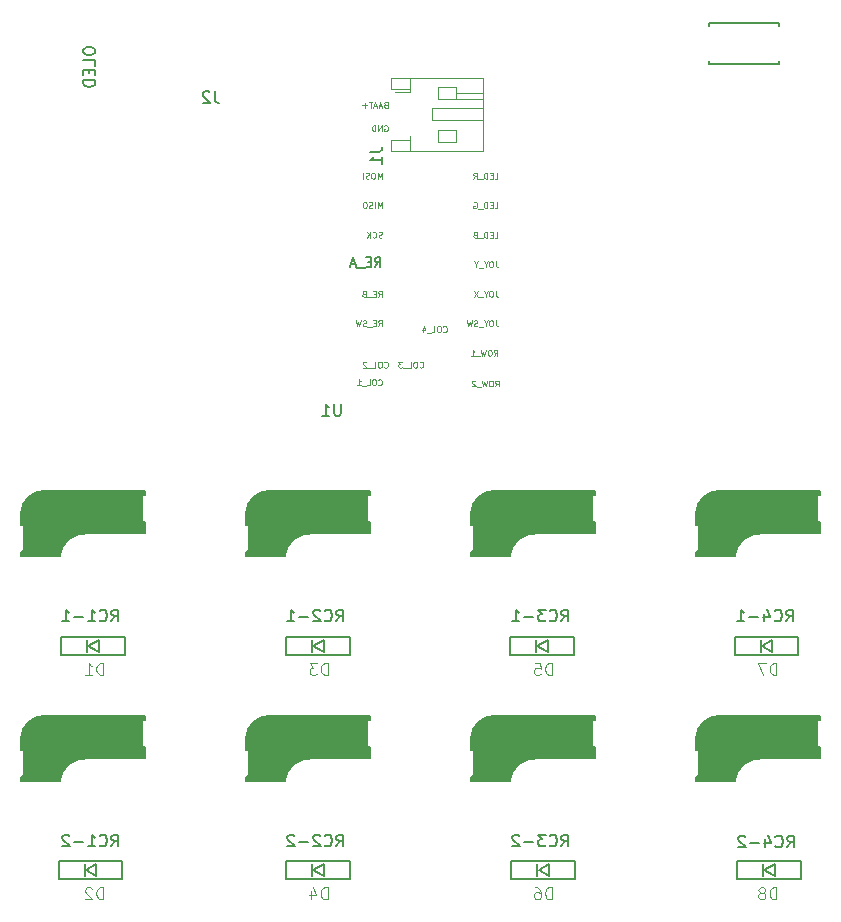
<source format=gbr>
G04 #@! TF.GenerationSoftware,KiCad,Pcbnew,9.0.3*
G04 #@! TF.CreationDate,2025-07-19T22:29:45+09:00*
G04 #@! TF.ProjectId,kleinpad,6b6c6569-6e70-4616-942e-6b696361645f,1.0*
G04 #@! TF.SameCoordinates,Original*
G04 #@! TF.FileFunction,Legend,Bot*
G04 #@! TF.FilePolarity,Positive*
%FSLAX46Y46*%
G04 Gerber Fmt 4.6, Leading zero omitted, Abs format (unit mm)*
G04 Created by KiCad (PCBNEW 9.0.3) date 2025-07-19 22:29:45*
%MOMM*%
%LPD*%
G01*
G04 APERTURE LIST*
%ADD10C,0.100000*%
%ADD11C,0.160000*%
%ADD12C,0.150000*%
%ADD13C,0.125000*%
%ADD14C,0.300000*%
%ADD15C,0.500000*%
%ADD16C,0.800000*%
%ADD17C,3.000000*%
%ADD18C,3.500000*%
%ADD19C,1.000000*%
%ADD20C,0.400000*%
%ADD21C,0.120000*%
G04 APERTURE END LIST*
D10*
X137078883Y-72432919D02*
X137126502Y-72409109D01*
X137126502Y-72409109D02*
X137197931Y-72409109D01*
X137197931Y-72409109D02*
X137269359Y-72432919D01*
X137269359Y-72432919D02*
X137316978Y-72480538D01*
X137316978Y-72480538D02*
X137340788Y-72528157D01*
X137340788Y-72528157D02*
X137364597Y-72623395D01*
X137364597Y-72623395D02*
X137364597Y-72694823D01*
X137364597Y-72694823D02*
X137340788Y-72790061D01*
X137340788Y-72790061D02*
X137316978Y-72837680D01*
X137316978Y-72837680D02*
X137269359Y-72885300D01*
X137269359Y-72885300D02*
X137197931Y-72909109D01*
X137197931Y-72909109D02*
X137150312Y-72909109D01*
X137150312Y-72909109D02*
X137078883Y-72885300D01*
X137078883Y-72885300D02*
X137055074Y-72861490D01*
X137055074Y-72861490D02*
X137055074Y-72694823D01*
X137055074Y-72694823D02*
X137150312Y-72694823D01*
X136840788Y-72909109D02*
X136840788Y-72409109D01*
X136840788Y-72409109D02*
X136555074Y-72909109D01*
X136555074Y-72909109D02*
X136555074Y-72409109D01*
X136316978Y-72909109D02*
X136316978Y-72409109D01*
X136316978Y-72409109D02*
X136197930Y-72409109D01*
X136197930Y-72409109D02*
X136126502Y-72432919D01*
X136126502Y-72432919D02*
X136078883Y-72480538D01*
X136078883Y-72480538D02*
X136055073Y-72528157D01*
X136055073Y-72528157D02*
X136031264Y-72623395D01*
X136031264Y-72623395D02*
X136031264Y-72694823D01*
X136031264Y-72694823D02*
X136055073Y-72790061D01*
X136055073Y-72790061D02*
X136078883Y-72837680D01*
X136078883Y-72837680D02*
X136126502Y-72885300D01*
X136126502Y-72885300D02*
X136197930Y-72909109D01*
X136197930Y-72909109D02*
X136316978Y-72909109D01*
X137174121Y-70647204D02*
X137102693Y-70671014D01*
X137102693Y-70671014D02*
X137078883Y-70694823D01*
X137078883Y-70694823D02*
X137055074Y-70742442D01*
X137055074Y-70742442D02*
X137055074Y-70813871D01*
X137055074Y-70813871D02*
X137078883Y-70861490D01*
X137078883Y-70861490D02*
X137102693Y-70885300D01*
X137102693Y-70885300D02*
X137150312Y-70909109D01*
X137150312Y-70909109D02*
X137340788Y-70909109D01*
X137340788Y-70909109D02*
X137340788Y-70409109D01*
X137340788Y-70409109D02*
X137174121Y-70409109D01*
X137174121Y-70409109D02*
X137126502Y-70432919D01*
X137126502Y-70432919D02*
X137102693Y-70456728D01*
X137102693Y-70456728D02*
X137078883Y-70504347D01*
X137078883Y-70504347D02*
X137078883Y-70551966D01*
X137078883Y-70551966D02*
X137102693Y-70599585D01*
X137102693Y-70599585D02*
X137126502Y-70623395D01*
X137126502Y-70623395D02*
X137174121Y-70647204D01*
X137174121Y-70647204D02*
X137340788Y-70647204D01*
X136864597Y-70766252D02*
X136626502Y-70766252D01*
X136912216Y-70909109D02*
X136745550Y-70409109D01*
X136745550Y-70409109D02*
X136578883Y-70909109D01*
X136436026Y-70766252D02*
X136197931Y-70766252D01*
X136483645Y-70909109D02*
X136316979Y-70409109D01*
X136316979Y-70409109D02*
X136150312Y-70909109D01*
X136055074Y-70409109D02*
X135769360Y-70409109D01*
X135912217Y-70909109D02*
X135912217Y-70409109D01*
X135602694Y-70718633D02*
X135221742Y-70718633D01*
X135412218Y-70909109D02*
X135412218Y-70528157D01*
X136555074Y-94361490D02*
X136578883Y-94385300D01*
X136578883Y-94385300D02*
X136650312Y-94409109D01*
X136650312Y-94409109D02*
X136697931Y-94409109D01*
X136697931Y-94409109D02*
X136769359Y-94385300D01*
X136769359Y-94385300D02*
X136816978Y-94337680D01*
X136816978Y-94337680D02*
X136840788Y-94290061D01*
X136840788Y-94290061D02*
X136864597Y-94194823D01*
X136864597Y-94194823D02*
X136864597Y-94123395D01*
X136864597Y-94123395D02*
X136840788Y-94028157D01*
X136840788Y-94028157D02*
X136816978Y-93980538D01*
X136816978Y-93980538D02*
X136769359Y-93932919D01*
X136769359Y-93932919D02*
X136697931Y-93909109D01*
X136697931Y-93909109D02*
X136650312Y-93909109D01*
X136650312Y-93909109D02*
X136578883Y-93932919D01*
X136578883Y-93932919D02*
X136555074Y-93956728D01*
X136245550Y-93909109D02*
X136150312Y-93909109D01*
X136150312Y-93909109D02*
X136102693Y-93932919D01*
X136102693Y-93932919D02*
X136055074Y-93980538D01*
X136055074Y-93980538D02*
X136031264Y-94075776D01*
X136031264Y-94075776D02*
X136031264Y-94242442D01*
X136031264Y-94242442D02*
X136055074Y-94337680D01*
X136055074Y-94337680D02*
X136102693Y-94385300D01*
X136102693Y-94385300D02*
X136150312Y-94409109D01*
X136150312Y-94409109D02*
X136245550Y-94409109D01*
X136245550Y-94409109D02*
X136293169Y-94385300D01*
X136293169Y-94385300D02*
X136340788Y-94337680D01*
X136340788Y-94337680D02*
X136364597Y-94242442D01*
X136364597Y-94242442D02*
X136364597Y-94075776D01*
X136364597Y-94075776D02*
X136340788Y-93980538D01*
X136340788Y-93980538D02*
X136293169Y-93932919D01*
X136293169Y-93932919D02*
X136245550Y-93909109D01*
X135578883Y-94409109D02*
X135816978Y-94409109D01*
X135816978Y-94409109D02*
X135816978Y-93909109D01*
X135531264Y-94456728D02*
X135150311Y-94456728D01*
X134769359Y-94409109D02*
X135055073Y-94409109D01*
X134912216Y-94409109D02*
X134912216Y-93909109D01*
X134912216Y-93909109D02*
X134959835Y-93980538D01*
X134959835Y-93980538D02*
X135007454Y-94028157D01*
X135007454Y-94028157D02*
X135055073Y-94051966D01*
X137055074Y-92861490D02*
X137078883Y-92885300D01*
X137078883Y-92885300D02*
X137150312Y-92909109D01*
X137150312Y-92909109D02*
X137197931Y-92909109D01*
X137197931Y-92909109D02*
X137269359Y-92885300D01*
X137269359Y-92885300D02*
X137316978Y-92837680D01*
X137316978Y-92837680D02*
X137340788Y-92790061D01*
X137340788Y-92790061D02*
X137364597Y-92694823D01*
X137364597Y-92694823D02*
X137364597Y-92623395D01*
X137364597Y-92623395D02*
X137340788Y-92528157D01*
X137340788Y-92528157D02*
X137316978Y-92480538D01*
X137316978Y-92480538D02*
X137269359Y-92432919D01*
X137269359Y-92432919D02*
X137197931Y-92409109D01*
X137197931Y-92409109D02*
X137150312Y-92409109D01*
X137150312Y-92409109D02*
X137078883Y-92432919D01*
X137078883Y-92432919D02*
X137055074Y-92456728D01*
X136745550Y-92409109D02*
X136650312Y-92409109D01*
X136650312Y-92409109D02*
X136602693Y-92432919D01*
X136602693Y-92432919D02*
X136555074Y-92480538D01*
X136555074Y-92480538D02*
X136531264Y-92575776D01*
X136531264Y-92575776D02*
X136531264Y-92742442D01*
X136531264Y-92742442D02*
X136555074Y-92837680D01*
X136555074Y-92837680D02*
X136602693Y-92885300D01*
X136602693Y-92885300D02*
X136650312Y-92909109D01*
X136650312Y-92909109D02*
X136745550Y-92909109D01*
X136745550Y-92909109D02*
X136793169Y-92885300D01*
X136793169Y-92885300D02*
X136840788Y-92837680D01*
X136840788Y-92837680D02*
X136864597Y-92742442D01*
X136864597Y-92742442D02*
X136864597Y-92575776D01*
X136864597Y-92575776D02*
X136840788Y-92480538D01*
X136840788Y-92480538D02*
X136793169Y-92432919D01*
X136793169Y-92432919D02*
X136745550Y-92409109D01*
X136078883Y-92909109D02*
X136316978Y-92909109D01*
X136316978Y-92909109D02*
X136316978Y-92409109D01*
X136031264Y-92956728D02*
X135650311Y-92956728D01*
X135555073Y-92456728D02*
X135531264Y-92432919D01*
X135531264Y-92432919D02*
X135483645Y-92409109D01*
X135483645Y-92409109D02*
X135364597Y-92409109D01*
X135364597Y-92409109D02*
X135316978Y-92432919D01*
X135316978Y-92432919D02*
X135293169Y-92456728D01*
X135293169Y-92456728D02*
X135269359Y-92504347D01*
X135269359Y-92504347D02*
X135269359Y-92551966D01*
X135269359Y-92551966D02*
X135293169Y-92623395D01*
X135293169Y-92623395D02*
X135578883Y-92909109D01*
X135578883Y-92909109D02*
X135269359Y-92909109D01*
X140055074Y-92861490D02*
X140078883Y-92885300D01*
X140078883Y-92885300D02*
X140150312Y-92909109D01*
X140150312Y-92909109D02*
X140197931Y-92909109D01*
X140197931Y-92909109D02*
X140269359Y-92885300D01*
X140269359Y-92885300D02*
X140316978Y-92837680D01*
X140316978Y-92837680D02*
X140340788Y-92790061D01*
X140340788Y-92790061D02*
X140364597Y-92694823D01*
X140364597Y-92694823D02*
X140364597Y-92623395D01*
X140364597Y-92623395D02*
X140340788Y-92528157D01*
X140340788Y-92528157D02*
X140316978Y-92480538D01*
X140316978Y-92480538D02*
X140269359Y-92432919D01*
X140269359Y-92432919D02*
X140197931Y-92409109D01*
X140197931Y-92409109D02*
X140150312Y-92409109D01*
X140150312Y-92409109D02*
X140078883Y-92432919D01*
X140078883Y-92432919D02*
X140055074Y-92456728D01*
X139745550Y-92409109D02*
X139650312Y-92409109D01*
X139650312Y-92409109D02*
X139602693Y-92432919D01*
X139602693Y-92432919D02*
X139555074Y-92480538D01*
X139555074Y-92480538D02*
X139531264Y-92575776D01*
X139531264Y-92575776D02*
X139531264Y-92742442D01*
X139531264Y-92742442D02*
X139555074Y-92837680D01*
X139555074Y-92837680D02*
X139602693Y-92885300D01*
X139602693Y-92885300D02*
X139650312Y-92909109D01*
X139650312Y-92909109D02*
X139745550Y-92909109D01*
X139745550Y-92909109D02*
X139793169Y-92885300D01*
X139793169Y-92885300D02*
X139840788Y-92837680D01*
X139840788Y-92837680D02*
X139864597Y-92742442D01*
X139864597Y-92742442D02*
X139864597Y-92575776D01*
X139864597Y-92575776D02*
X139840788Y-92480538D01*
X139840788Y-92480538D02*
X139793169Y-92432919D01*
X139793169Y-92432919D02*
X139745550Y-92409109D01*
X139078883Y-92909109D02*
X139316978Y-92909109D01*
X139316978Y-92909109D02*
X139316978Y-92409109D01*
X139031264Y-92956728D02*
X138650311Y-92956728D01*
X138578883Y-92409109D02*
X138269359Y-92409109D01*
X138269359Y-92409109D02*
X138436026Y-92599585D01*
X138436026Y-92599585D02*
X138364597Y-92599585D01*
X138364597Y-92599585D02*
X138316978Y-92623395D01*
X138316978Y-92623395D02*
X138293169Y-92647204D01*
X138293169Y-92647204D02*
X138269359Y-92694823D01*
X138269359Y-92694823D02*
X138269359Y-92813871D01*
X138269359Y-92813871D02*
X138293169Y-92861490D01*
X138293169Y-92861490D02*
X138316978Y-92885300D01*
X138316978Y-92885300D02*
X138364597Y-92909109D01*
X138364597Y-92909109D02*
X138507454Y-92909109D01*
X138507454Y-92909109D02*
X138555073Y-92885300D01*
X138555073Y-92885300D02*
X138578883Y-92861490D01*
X142055074Y-89861490D02*
X142078883Y-89885300D01*
X142078883Y-89885300D02*
X142150312Y-89909109D01*
X142150312Y-89909109D02*
X142197931Y-89909109D01*
X142197931Y-89909109D02*
X142269359Y-89885300D01*
X142269359Y-89885300D02*
X142316978Y-89837680D01*
X142316978Y-89837680D02*
X142340788Y-89790061D01*
X142340788Y-89790061D02*
X142364597Y-89694823D01*
X142364597Y-89694823D02*
X142364597Y-89623395D01*
X142364597Y-89623395D02*
X142340788Y-89528157D01*
X142340788Y-89528157D02*
X142316978Y-89480538D01*
X142316978Y-89480538D02*
X142269359Y-89432919D01*
X142269359Y-89432919D02*
X142197931Y-89409109D01*
X142197931Y-89409109D02*
X142150312Y-89409109D01*
X142150312Y-89409109D02*
X142078883Y-89432919D01*
X142078883Y-89432919D02*
X142055074Y-89456728D01*
X141745550Y-89409109D02*
X141650312Y-89409109D01*
X141650312Y-89409109D02*
X141602693Y-89432919D01*
X141602693Y-89432919D02*
X141555074Y-89480538D01*
X141555074Y-89480538D02*
X141531264Y-89575776D01*
X141531264Y-89575776D02*
X141531264Y-89742442D01*
X141531264Y-89742442D02*
X141555074Y-89837680D01*
X141555074Y-89837680D02*
X141602693Y-89885300D01*
X141602693Y-89885300D02*
X141650312Y-89909109D01*
X141650312Y-89909109D02*
X141745550Y-89909109D01*
X141745550Y-89909109D02*
X141793169Y-89885300D01*
X141793169Y-89885300D02*
X141840788Y-89837680D01*
X141840788Y-89837680D02*
X141864597Y-89742442D01*
X141864597Y-89742442D02*
X141864597Y-89575776D01*
X141864597Y-89575776D02*
X141840788Y-89480538D01*
X141840788Y-89480538D02*
X141793169Y-89432919D01*
X141793169Y-89432919D02*
X141745550Y-89409109D01*
X141078883Y-89909109D02*
X141316978Y-89909109D01*
X141316978Y-89909109D02*
X141316978Y-89409109D01*
X141031264Y-89956728D02*
X140650311Y-89956728D01*
X140316978Y-89575776D02*
X140316978Y-89909109D01*
X140436026Y-89385300D02*
X140555073Y-89742442D01*
X140555073Y-89742442D02*
X140245550Y-89742442D01*
X136840788Y-76909109D02*
X136840788Y-76409109D01*
X136840788Y-76409109D02*
X136674121Y-76766252D01*
X136674121Y-76766252D02*
X136507455Y-76409109D01*
X136507455Y-76409109D02*
X136507455Y-76909109D01*
X136174121Y-76409109D02*
X136078883Y-76409109D01*
X136078883Y-76409109D02*
X136031264Y-76432919D01*
X136031264Y-76432919D02*
X135983645Y-76480538D01*
X135983645Y-76480538D02*
X135959835Y-76575776D01*
X135959835Y-76575776D02*
X135959835Y-76742442D01*
X135959835Y-76742442D02*
X135983645Y-76837680D01*
X135983645Y-76837680D02*
X136031264Y-76885300D01*
X136031264Y-76885300D02*
X136078883Y-76909109D01*
X136078883Y-76909109D02*
X136174121Y-76909109D01*
X136174121Y-76909109D02*
X136221740Y-76885300D01*
X136221740Y-76885300D02*
X136269359Y-76837680D01*
X136269359Y-76837680D02*
X136293168Y-76742442D01*
X136293168Y-76742442D02*
X136293168Y-76575776D01*
X136293168Y-76575776D02*
X136269359Y-76480538D01*
X136269359Y-76480538D02*
X136221740Y-76432919D01*
X136221740Y-76432919D02*
X136174121Y-76409109D01*
X135769358Y-76885300D02*
X135697930Y-76909109D01*
X135697930Y-76909109D02*
X135578882Y-76909109D01*
X135578882Y-76909109D02*
X135531263Y-76885300D01*
X135531263Y-76885300D02*
X135507454Y-76861490D01*
X135507454Y-76861490D02*
X135483644Y-76813871D01*
X135483644Y-76813871D02*
X135483644Y-76766252D01*
X135483644Y-76766252D02*
X135507454Y-76718633D01*
X135507454Y-76718633D02*
X135531263Y-76694823D01*
X135531263Y-76694823D02*
X135578882Y-76671014D01*
X135578882Y-76671014D02*
X135674120Y-76647204D01*
X135674120Y-76647204D02*
X135721739Y-76623395D01*
X135721739Y-76623395D02*
X135745549Y-76599585D01*
X135745549Y-76599585D02*
X135769358Y-76551966D01*
X135769358Y-76551966D02*
X135769358Y-76504347D01*
X135769358Y-76504347D02*
X135745549Y-76456728D01*
X135745549Y-76456728D02*
X135721739Y-76432919D01*
X135721739Y-76432919D02*
X135674120Y-76409109D01*
X135674120Y-76409109D02*
X135555073Y-76409109D01*
X135555073Y-76409109D02*
X135483644Y-76432919D01*
X135269359Y-76909109D02*
X135269359Y-76409109D01*
X136840788Y-79409109D02*
X136840788Y-78909109D01*
X136840788Y-78909109D02*
X136674121Y-79266252D01*
X136674121Y-79266252D02*
X136507455Y-78909109D01*
X136507455Y-78909109D02*
X136507455Y-79409109D01*
X136269359Y-79409109D02*
X136269359Y-78909109D01*
X136055073Y-79385300D02*
X135983645Y-79409109D01*
X135983645Y-79409109D02*
X135864597Y-79409109D01*
X135864597Y-79409109D02*
X135816978Y-79385300D01*
X135816978Y-79385300D02*
X135793169Y-79361490D01*
X135793169Y-79361490D02*
X135769359Y-79313871D01*
X135769359Y-79313871D02*
X135769359Y-79266252D01*
X135769359Y-79266252D02*
X135793169Y-79218633D01*
X135793169Y-79218633D02*
X135816978Y-79194823D01*
X135816978Y-79194823D02*
X135864597Y-79171014D01*
X135864597Y-79171014D02*
X135959835Y-79147204D01*
X135959835Y-79147204D02*
X136007454Y-79123395D01*
X136007454Y-79123395D02*
X136031264Y-79099585D01*
X136031264Y-79099585D02*
X136055073Y-79051966D01*
X136055073Y-79051966D02*
X136055073Y-79004347D01*
X136055073Y-79004347D02*
X136031264Y-78956728D01*
X136031264Y-78956728D02*
X136007454Y-78932919D01*
X136007454Y-78932919D02*
X135959835Y-78909109D01*
X135959835Y-78909109D02*
X135840788Y-78909109D01*
X135840788Y-78909109D02*
X135769359Y-78932919D01*
X135459836Y-78909109D02*
X135364598Y-78909109D01*
X135364598Y-78909109D02*
X135316979Y-78932919D01*
X135316979Y-78932919D02*
X135269360Y-78980538D01*
X135269360Y-78980538D02*
X135245550Y-79075776D01*
X135245550Y-79075776D02*
X135245550Y-79242442D01*
X135245550Y-79242442D02*
X135269360Y-79337680D01*
X135269360Y-79337680D02*
X135316979Y-79385300D01*
X135316979Y-79385300D02*
X135364598Y-79409109D01*
X135364598Y-79409109D02*
X135459836Y-79409109D01*
X135459836Y-79409109D02*
X135507455Y-79385300D01*
X135507455Y-79385300D02*
X135555074Y-79337680D01*
X135555074Y-79337680D02*
X135578883Y-79242442D01*
X135578883Y-79242442D02*
X135578883Y-79075776D01*
X135578883Y-79075776D02*
X135555074Y-78980538D01*
X135555074Y-78980538D02*
X135507455Y-78932919D01*
X135507455Y-78932919D02*
X135459836Y-78909109D01*
X136864597Y-81885300D02*
X136793169Y-81909109D01*
X136793169Y-81909109D02*
X136674121Y-81909109D01*
X136674121Y-81909109D02*
X136626502Y-81885300D01*
X136626502Y-81885300D02*
X136602693Y-81861490D01*
X136602693Y-81861490D02*
X136578883Y-81813871D01*
X136578883Y-81813871D02*
X136578883Y-81766252D01*
X136578883Y-81766252D02*
X136602693Y-81718633D01*
X136602693Y-81718633D02*
X136626502Y-81694823D01*
X136626502Y-81694823D02*
X136674121Y-81671014D01*
X136674121Y-81671014D02*
X136769359Y-81647204D01*
X136769359Y-81647204D02*
X136816978Y-81623395D01*
X136816978Y-81623395D02*
X136840788Y-81599585D01*
X136840788Y-81599585D02*
X136864597Y-81551966D01*
X136864597Y-81551966D02*
X136864597Y-81504347D01*
X136864597Y-81504347D02*
X136840788Y-81456728D01*
X136840788Y-81456728D02*
X136816978Y-81432919D01*
X136816978Y-81432919D02*
X136769359Y-81409109D01*
X136769359Y-81409109D02*
X136650312Y-81409109D01*
X136650312Y-81409109D02*
X136578883Y-81432919D01*
X136078884Y-81861490D02*
X136102693Y-81885300D01*
X136102693Y-81885300D02*
X136174122Y-81909109D01*
X136174122Y-81909109D02*
X136221741Y-81909109D01*
X136221741Y-81909109D02*
X136293169Y-81885300D01*
X136293169Y-81885300D02*
X136340788Y-81837680D01*
X136340788Y-81837680D02*
X136364598Y-81790061D01*
X136364598Y-81790061D02*
X136388407Y-81694823D01*
X136388407Y-81694823D02*
X136388407Y-81623395D01*
X136388407Y-81623395D02*
X136364598Y-81528157D01*
X136364598Y-81528157D02*
X136340788Y-81480538D01*
X136340788Y-81480538D02*
X136293169Y-81432919D01*
X136293169Y-81432919D02*
X136221741Y-81409109D01*
X136221741Y-81409109D02*
X136174122Y-81409109D01*
X136174122Y-81409109D02*
X136102693Y-81432919D01*
X136102693Y-81432919D02*
X136078884Y-81456728D01*
X135864598Y-81909109D02*
X135864598Y-81409109D01*
X135578884Y-81909109D02*
X135793169Y-81623395D01*
X135578884Y-81409109D02*
X135864598Y-81694823D01*
D11*
X136272742Y-84369275D02*
X136539409Y-83988322D01*
X136729885Y-84369275D02*
X136729885Y-83569275D01*
X136729885Y-83569275D02*
X136425123Y-83569275D01*
X136425123Y-83569275D02*
X136348933Y-83607370D01*
X136348933Y-83607370D02*
X136310838Y-83645465D01*
X136310838Y-83645465D02*
X136272742Y-83721656D01*
X136272742Y-83721656D02*
X136272742Y-83835941D01*
X136272742Y-83835941D02*
X136310838Y-83912132D01*
X136310838Y-83912132D02*
X136348933Y-83950227D01*
X136348933Y-83950227D02*
X136425123Y-83988322D01*
X136425123Y-83988322D02*
X136729885Y-83988322D01*
X135929885Y-83950227D02*
X135663219Y-83950227D01*
X135548933Y-84369275D02*
X135929885Y-84369275D01*
X135929885Y-84369275D02*
X135929885Y-83569275D01*
X135929885Y-83569275D02*
X135548933Y-83569275D01*
X135396552Y-84445465D02*
X134787028Y-84445465D01*
X134634647Y-84140703D02*
X134253694Y-84140703D01*
X134710837Y-84369275D02*
X134444170Y-83569275D01*
X134444170Y-83569275D02*
X134177504Y-84369275D01*
D10*
X136555074Y-86909109D02*
X136721740Y-86671014D01*
X136840788Y-86909109D02*
X136840788Y-86409109D01*
X136840788Y-86409109D02*
X136650312Y-86409109D01*
X136650312Y-86409109D02*
X136602693Y-86432919D01*
X136602693Y-86432919D02*
X136578883Y-86456728D01*
X136578883Y-86456728D02*
X136555074Y-86504347D01*
X136555074Y-86504347D02*
X136555074Y-86575776D01*
X136555074Y-86575776D02*
X136578883Y-86623395D01*
X136578883Y-86623395D02*
X136602693Y-86647204D01*
X136602693Y-86647204D02*
X136650312Y-86671014D01*
X136650312Y-86671014D02*
X136840788Y-86671014D01*
X136340788Y-86647204D02*
X136174121Y-86647204D01*
X136102693Y-86909109D02*
X136340788Y-86909109D01*
X136340788Y-86909109D02*
X136340788Y-86409109D01*
X136340788Y-86409109D02*
X136102693Y-86409109D01*
X136007455Y-86956728D02*
X135626502Y-86956728D01*
X135340788Y-86647204D02*
X135269360Y-86671014D01*
X135269360Y-86671014D02*
X135245550Y-86694823D01*
X135245550Y-86694823D02*
X135221741Y-86742442D01*
X135221741Y-86742442D02*
X135221741Y-86813871D01*
X135221741Y-86813871D02*
X135245550Y-86861490D01*
X135245550Y-86861490D02*
X135269360Y-86885300D01*
X135269360Y-86885300D02*
X135316979Y-86909109D01*
X135316979Y-86909109D02*
X135507455Y-86909109D01*
X135507455Y-86909109D02*
X135507455Y-86409109D01*
X135507455Y-86409109D02*
X135340788Y-86409109D01*
X135340788Y-86409109D02*
X135293169Y-86432919D01*
X135293169Y-86432919D02*
X135269360Y-86456728D01*
X135269360Y-86456728D02*
X135245550Y-86504347D01*
X135245550Y-86504347D02*
X135245550Y-86551966D01*
X135245550Y-86551966D02*
X135269360Y-86599585D01*
X135269360Y-86599585D02*
X135293169Y-86623395D01*
X135293169Y-86623395D02*
X135340788Y-86647204D01*
X135340788Y-86647204D02*
X135507455Y-86647204D01*
X136555074Y-89409109D02*
X136721740Y-89171014D01*
X136840788Y-89409109D02*
X136840788Y-88909109D01*
X136840788Y-88909109D02*
X136650312Y-88909109D01*
X136650312Y-88909109D02*
X136602693Y-88932919D01*
X136602693Y-88932919D02*
X136578883Y-88956728D01*
X136578883Y-88956728D02*
X136555074Y-89004347D01*
X136555074Y-89004347D02*
X136555074Y-89075776D01*
X136555074Y-89075776D02*
X136578883Y-89123395D01*
X136578883Y-89123395D02*
X136602693Y-89147204D01*
X136602693Y-89147204D02*
X136650312Y-89171014D01*
X136650312Y-89171014D02*
X136840788Y-89171014D01*
X136340788Y-89147204D02*
X136174121Y-89147204D01*
X136102693Y-89409109D02*
X136340788Y-89409109D01*
X136340788Y-89409109D02*
X136340788Y-88909109D01*
X136340788Y-88909109D02*
X136102693Y-88909109D01*
X136007455Y-89456728D02*
X135626502Y-89456728D01*
X135531264Y-89385300D02*
X135459836Y-89409109D01*
X135459836Y-89409109D02*
X135340788Y-89409109D01*
X135340788Y-89409109D02*
X135293169Y-89385300D01*
X135293169Y-89385300D02*
X135269360Y-89361490D01*
X135269360Y-89361490D02*
X135245550Y-89313871D01*
X135245550Y-89313871D02*
X135245550Y-89266252D01*
X135245550Y-89266252D02*
X135269360Y-89218633D01*
X135269360Y-89218633D02*
X135293169Y-89194823D01*
X135293169Y-89194823D02*
X135340788Y-89171014D01*
X135340788Y-89171014D02*
X135436026Y-89147204D01*
X135436026Y-89147204D02*
X135483645Y-89123395D01*
X135483645Y-89123395D02*
X135507455Y-89099585D01*
X135507455Y-89099585D02*
X135531264Y-89051966D01*
X135531264Y-89051966D02*
X135531264Y-89004347D01*
X135531264Y-89004347D02*
X135507455Y-88956728D01*
X135507455Y-88956728D02*
X135483645Y-88932919D01*
X135483645Y-88932919D02*
X135436026Y-88909109D01*
X135436026Y-88909109D02*
X135316979Y-88909109D01*
X135316979Y-88909109D02*
X135245550Y-88932919D01*
X135078884Y-88909109D02*
X134959836Y-89409109D01*
X134959836Y-89409109D02*
X134864598Y-89051966D01*
X134864598Y-89051966D02*
X134769360Y-89409109D01*
X134769360Y-89409109D02*
X134650313Y-88909109D01*
X146402693Y-76909109D02*
X146640788Y-76909109D01*
X146640788Y-76909109D02*
X146640788Y-76409109D01*
X146236026Y-76647204D02*
X146069359Y-76647204D01*
X145997931Y-76909109D02*
X146236026Y-76909109D01*
X146236026Y-76909109D02*
X146236026Y-76409109D01*
X146236026Y-76409109D02*
X145997931Y-76409109D01*
X145783645Y-76909109D02*
X145783645Y-76409109D01*
X145783645Y-76409109D02*
X145664597Y-76409109D01*
X145664597Y-76409109D02*
X145593169Y-76432919D01*
X145593169Y-76432919D02*
X145545550Y-76480538D01*
X145545550Y-76480538D02*
X145521740Y-76528157D01*
X145521740Y-76528157D02*
X145497931Y-76623395D01*
X145497931Y-76623395D02*
X145497931Y-76694823D01*
X145497931Y-76694823D02*
X145521740Y-76790061D01*
X145521740Y-76790061D02*
X145545550Y-76837680D01*
X145545550Y-76837680D02*
X145593169Y-76885300D01*
X145593169Y-76885300D02*
X145664597Y-76909109D01*
X145664597Y-76909109D02*
X145783645Y-76909109D01*
X145402693Y-76956728D02*
X145021740Y-76956728D01*
X144616979Y-76909109D02*
X144783645Y-76671014D01*
X144902693Y-76909109D02*
X144902693Y-76409109D01*
X144902693Y-76409109D02*
X144712217Y-76409109D01*
X144712217Y-76409109D02*
X144664598Y-76432919D01*
X144664598Y-76432919D02*
X144640788Y-76456728D01*
X144640788Y-76456728D02*
X144616979Y-76504347D01*
X144616979Y-76504347D02*
X144616979Y-76575776D01*
X144616979Y-76575776D02*
X144640788Y-76623395D01*
X144640788Y-76623395D02*
X144664598Y-76647204D01*
X144664598Y-76647204D02*
X144712217Y-76671014D01*
X144712217Y-76671014D02*
X144902693Y-76671014D01*
X146402693Y-79409109D02*
X146640788Y-79409109D01*
X146640788Y-79409109D02*
X146640788Y-78909109D01*
X146236026Y-79147204D02*
X146069359Y-79147204D01*
X145997931Y-79409109D02*
X146236026Y-79409109D01*
X146236026Y-79409109D02*
X146236026Y-78909109D01*
X146236026Y-78909109D02*
X145997931Y-78909109D01*
X145783645Y-79409109D02*
X145783645Y-78909109D01*
X145783645Y-78909109D02*
X145664597Y-78909109D01*
X145664597Y-78909109D02*
X145593169Y-78932919D01*
X145593169Y-78932919D02*
X145545550Y-78980538D01*
X145545550Y-78980538D02*
X145521740Y-79028157D01*
X145521740Y-79028157D02*
X145497931Y-79123395D01*
X145497931Y-79123395D02*
X145497931Y-79194823D01*
X145497931Y-79194823D02*
X145521740Y-79290061D01*
X145521740Y-79290061D02*
X145545550Y-79337680D01*
X145545550Y-79337680D02*
X145593169Y-79385300D01*
X145593169Y-79385300D02*
X145664597Y-79409109D01*
X145664597Y-79409109D02*
X145783645Y-79409109D01*
X145402693Y-79456728D02*
X145021740Y-79456728D01*
X144640788Y-78932919D02*
X144688407Y-78909109D01*
X144688407Y-78909109D02*
X144759836Y-78909109D01*
X144759836Y-78909109D02*
X144831264Y-78932919D01*
X144831264Y-78932919D02*
X144878883Y-78980538D01*
X144878883Y-78980538D02*
X144902693Y-79028157D01*
X144902693Y-79028157D02*
X144926502Y-79123395D01*
X144926502Y-79123395D02*
X144926502Y-79194823D01*
X144926502Y-79194823D02*
X144902693Y-79290061D01*
X144902693Y-79290061D02*
X144878883Y-79337680D01*
X144878883Y-79337680D02*
X144831264Y-79385300D01*
X144831264Y-79385300D02*
X144759836Y-79409109D01*
X144759836Y-79409109D02*
X144712217Y-79409109D01*
X144712217Y-79409109D02*
X144640788Y-79385300D01*
X144640788Y-79385300D02*
X144616979Y-79361490D01*
X144616979Y-79361490D02*
X144616979Y-79194823D01*
X144616979Y-79194823D02*
X144712217Y-79194823D01*
X146402693Y-81909109D02*
X146640788Y-81909109D01*
X146640788Y-81909109D02*
X146640788Y-81409109D01*
X146236026Y-81647204D02*
X146069359Y-81647204D01*
X145997931Y-81909109D02*
X146236026Y-81909109D01*
X146236026Y-81909109D02*
X146236026Y-81409109D01*
X146236026Y-81409109D02*
X145997931Y-81409109D01*
X145783645Y-81909109D02*
X145783645Y-81409109D01*
X145783645Y-81409109D02*
X145664597Y-81409109D01*
X145664597Y-81409109D02*
X145593169Y-81432919D01*
X145593169Y-81432919D02*
X145545550Y-81480538D01*
X145545550Y-81480538D02*
X145521740Y-81528157D01*
X145521740Y-81528157D02*
X145497931Y-81623395D01*
X145497931Y-81623395D02*
X145497931Y-81694823D01*
X145497931Y-81694823D02*
X145521740Y-81790061D01*
X145521740Y-81790061D02*
X145545550Y-81837680D01*
X145545550Y-81837680D02*
X145593169Y-81885300D01*
X145593169Y-81885300D02*
X145664597Y-81909109D01*
X145664597Y-81909109D02*
X145783645Y-81909109D01*
X145402693Y-81956728D02*
X145021740Y-81956728D01*
X144736026Y-81647204D02*
X144664598Y-81671014D01*
X144664598Y-81671014D02*
X144640788Y-81694823D01*
X144640788Y-81694823D02*
X144616979Y-81742442D01*
X144616979Y-81742442D02*
X144616979Y-81813871D01*
X144616979Y-81813871D02*
X144640788Y-81861490D01*
X144640788Y-81861490D02*
X144664598Y-81885300D01*
X144664598Y-81885300D02*
X144712217Y-81909109D01*
X144712217Y-81909109D02*
X144902693Y-81909109D01*
X144902693Y-81909109D02*
X144902693Y-81409109D01*
X144902693Y-81409109D02*
X144736026Y-81409109D01*
X144736026Y-81409109D02*
X144688407Y-81432919D01*
X144688407Y-81432919D02*
X144664598Y-81456728D01*
X144664598Y-81456728D02*
X144640788Y-81504347D01*
X144640788Y-81504347D02*
X144640788Y-81551966D01*
X144640788Y-81551966D02*
X144664598Y-81599585D01*
X144664598Y-81599585D02*
X144688407Y-81623395D01*
X144688407Y-81623395D02*
X144736026Y-81647204D01*
X144736026Y-81647204D02*
X144902693Y-81647204D01*
X146497931Y-83909109D02*
X146497931Y-84266252D01*
X146497931Y-84266252D02*
X146521740Y-84337680D01*
X146521740Y-84337680D02*
X146569359Y-84385300D01*
X146569359Y-84385300D02*
X146640788Y-84409109D01*
X146640788Y-84409109D02*
X146688407Y-84409109D01*
X146164598Y-83909109D02*
X146069360Y-83909109D01*
X146069360Y-83909109D02*
X146021741Y-83932919D01*
X146021741Y-83932919D02*
X145974122Y-83980538D01*
X145974122Y-83980538D02*
X145950312Y-84075776D01*
X145950312Y-84075776D02*
X145950312Y-84242442D01*
X145950312Y-84242442D02*
X145974122Y-84337680D01*
X145974122Y-84337680D02*
X146021741Y-84385300D01*
X146021741Y-84385300D02*
X146069360Y-84409109D01*
X146069360Y-84409109D02*
X146164598Y-84409109D01*
X146164598Y-84409109D02*
X146212217Y-84385300D01*
X146212217Y-84385300D02*
X146259836Y-84337680D01*
X146259836Y-84337680D02*
X146283645Y-84242442D01*
X146283645Y-84242442D02*
X146283645Y-84075776D01*
X146283645Y-84075776D02*
X146259836Y-83980538D01*
X146259836Y-83980538D02*
X146212217Y-83932919D01*
X146212217Y-83932919D02*
X146164598Y-83909109D01*
X145640788Y-84171014D02*
X145640788Y-84409109D01*
X145807454Y-83909109D02*
X145640788Y-84171014D01*
X145640788Y-84171014D02*
X145474121Y-83909109D01*
X145426503Y-84456728D02*
X145045550Y-84456728D01*
X144831265Y-84171014D02*
X144831265Y-84409109D01*
X144997931Y-83909109D02*
X144831265Y-84171014D01*
X144831265Y-84171014D02*
X144664598Y-83909109D01*
X146497931Y-86409109D02*
X146497931Y-86766252D01*
X146497931Y-86766252D02*
X146521740Y-86837680D01*
X146521740Y-86837680D02*
X146569359Y-86885300D01*
X146569359Y-86885300D02*
X146640788Y-86909109D01*
X146640788Y-86909109D02*
X146688407Y-86909109D01*
X146164598Y-86409109D02*
X146069360Y-86409109D01*
X146069360Y-86409109D02*
X146021741Y-86432919D01*
X146021741Y-86432919D02*
X145974122Y-86480538D01*
X145974122Y-86480538D02*
X145950312Y-86575776D01*
X145950312Y-86575776D02*
X145950312Y-86742442D01*
X145950312Y-86742442D02*
X145974122Y-86837680D01*
X145974122Y-86837680D02*
X146021741Y-86885300D01*
X146021741Y-86885300D02*
X146069360Y-86909109D01*
X146069360Y-86909109D02*
X146164598Y-86909109D01*
X146164598Y-86909109D02*
X146212217Y-86885300D01*
X146212217Y-86885300D02*
X146259836Y-86837680D01*
X146259836Y-86837680D02*
X146283645Y-86742442D01*
X146283645Y-86742442D02*
X146283645Y-86575776D01*
X146283645Y-86575776D02*
X146259836Y-86480538D01*
X146259836Y-86480538D02*
X146212217Y-86432919D01*
X146212217Y-86432919D02*
X146164598Y-86409109D01*
X145640788Y-86671014D02*
X145640788Y-86909109D01*
X145807454Y-86409109D02*
X145640788Y-86671014D01*
X145640788Y-86671014D02*
X145474121Y-86409109D01*
X145426503Y-86956728D02*
X145045550Y-86956728D01*
X144974122Y-86409109D02*
X144640789Y-86909109D01*
X144640789Y-86409109D02*
X144974122Y-86909109D01*
X146497931Y-88909109D02*
X146497931Y-89266252D01*
X146497931Y-89266252D02*
X146521740Y-89337680D01*
X146521740Y-89337680D02*
X146569359Y-89385300D01*
X146569359Y-89385300D02*
X146640788Y-89409109D01*
X146640788Y-89409109D02*
X146688407Y-89409109D01*
X146164598Y-88909109D02*
X146069360Y-88909109D01*
X146069360Y-88909109D02*
X146021741Y-88932919D01*
X146021741Y-88932919D02*
X145974122Y-88980538D01*
X145974122Y-88980538D02*
X145950312Y-89075776D01*
X145950312Y-89075776D02*
X145950312Y-89242442D01*
X145950312Y-89242442D02*
X145974122Y-89337680D01*
X145974122Y-89337680D02*
X146021741Y-89385300D01*
X146021741Y-89385300D02*
X146069360Y-89409109D01*
X146069360Y-89409109D02*
X146164598Y-89409109D01*
X146164598Y-89409109D02*
X146212217Y-89385300D01*
X146212217Y-89385300D02*
X146259836Y-89337680D01*
X146259836Y-89337680D02*
X146283645Y-89242442D01*
X146283645Y-89242442D02*
X146283645Y-89075776D01*
X146283645Y-89075776D02*
X146259836Y-88980538D01*
X146259836Y-88980538D02*
X146212217Y-88932919D01*
X146212217Y-88932919D02*
X146164598Y-88909109D01*
X145640788Y-89171014D02*
X145640788Y-89409109D01*
X145807454Y-88909109D02*
X145640788Y-89171014D01*
X145640788Y-89171014D02*
X145474121Y-88909109D01*
X145426503Y-89456728D02*
X145045550Y-89456728D01*
X144950312Y-89385300D02*
X144878884Y-89409109D01*
X144878884Y-89409109D02*
X144759836Y-89409109D01*
X144759836Y-89409109D02*
X144712217Y-89385300D01*
X144712217Y-89385300D02*
X144688408Y-89361490D01*
X144688408Y-89361490D02*
X144664598Y-89313871D01*
X144664598Y-89313871D02*
X144664598Y-89266252D01*
X144664598Y-89266252D02*
X144688408Y-89218633D01*
X144688408Y-89218633D02*
X144712217Y-89194823D01*
X144712217Y-89194823D02*
X144759836Y-89171014D01*
X144759836Y-89171014D02*
X144855074Y-89147204D01*
X144855074Y-89147204D02*
X144902693Y-89123395D01*
X144902693Y-89123395D02*
X144926503Y-89099585D01*
X144926503Y-89099585D02*
X144950312Y-89051966D01*
X144950312Y-89051966D02*
X144950312Y-89004347D01*
X144950312Y-89004347D02*
X144926503Y-88956728D01*
X144926503Y-88956728D02*
X144902693Y-88932919D01*
X144902693Y-88932919D02*
X144855074Y-88909109D01*
X144855074Y-88909109D02*
X144736027Y-88909109D01*
X144736027Y-88909109D02*
X144664598Y-88932919D01*
X144497932Y-88909109D02*
X144378884Y-89409109D01*
X144378884Y-89409109D02*
X144283646Y-89051966D01*
X144283646Y-89051966D02*
X144188408Y-89409109D01*
X144188408Y-89409109D02*
X144069361Y-88909109D01*
X146455074Y-94509109D02*
X146621740Y-94271014D01*
X146740788Y-94509109D02*
X146740788Y-94009109D01*
X146740788Y-94009109D02*
X146550312Y-94009109D01*
X146550312Y-94009109D02*
X146502693Y-94032919D01*
X146502693Y-94032919D02*
X146478883Y-94056728D01*
X146478883Y-94056728D02*
X146455074Y-94104347D01*
X146455074Y-94104347D02*
X146455074Y-94175776D01*
X146455074Y-94175776D02*
X146478883Y-94223395D01*
X146478883Y-94223395D02*
X146502693Y-94247204D01*
X146502693Y-94247204D02*
X146550312Y-94271014D01*
X146550312Y-94271014D02*
X146740788Y-94271014D01*
X146145550Y-94009109D02*
X146050312Y-94009109D01*
X146050312Y-94009109D02*
X146002693Y-94032919D01*
X146002693Y-94032919D02*
X145955074Y-94080538D01*
X145955074Y-94080538D02*
X145931264Y-94175776D01*
X145931264Y-94175776D02*
X145931264Y-94342442D01*
X145931264Y-94342442D02*
X145955074Y-94437680D01*
X145955074Y-94437680D02*
X146002693Y-94485300D01*
X146002693Y-94485300D02*
X146050312Y-94509109D01*
X146050312Y-94509109D02*
X146145550Y-94509109D01*
X146145550Y-94509109D02*
X146193169Y-94485300D01*
X146193169Y-94485300D02*
X146240788Y-94437680D01*
X146240788Y-94437680D02*
X146264597Y-94342442D01*
X146264597Y-94342442D02*
X146264597Y-94175776D01*
X146264597Y-94175776D02*
X146240788Y-94080538D01*
X146240788Y-94080538D02*
X146193169Y-94032919D01*
X146193169Y-94032919D02*
X146145550Y-94009109D01*
X145764597Y-94009109D02*
X145645549Y-94509109D01*
X145645549Y-94509109D02*
X145550311Y-94151966D01*
X145550311Y-94151966D02*
X145455073Y-94509109D01*
X145455073Y-94509109D02*
X145336026Y-94009109D01*
X145264597Y-94556728D02*
X144883644Y-94556728D01*
X144788406Y-94056728D02*
X144764597Y-94032919D01*
X144764597Y-94032919D02*
X144716978Y-94009109D01*
X144716978Y-94009109D02*
X144597930Y-94009109D01*
X144597930Y-94009109D02*
X144550311Y-94032919D01*
X144550311Y-94032919D02*
X144526502Y-94056728D01*
X144526502Y-94056728D02*
X144502692Y-94104347D01*
X144502692Y-94104347D02*
X144502692Y-94151966D01*
X144502692Y-94151966D02*
X144526502Y-94223395D01*
X144526502Y-94223395D02*
X144812216Y-94509109D01*
X144812216Y-94509109D02*
X144502692Y-94509109D01*
X146355074Y-91909109D02*
X146521740Y-91671014D01*
X146640788Y-91909109D02*
X146640788Y-91409109D01*
X146640788Y-91409109D02*
X146450312Y-91409109D01*
X146450312Y-91409109D02*
X146402693Y-91432919D01*
X146402693Y-91432919D02*
X146378883Y-91456728D01*
X146378883Y-91456728D02*
X146355074Y-91504347D01*
X146355074Y-91504347D02*
X146355074Y-91575776D01*
X146355074Y-91575776D02*
X146378883Y-91623395D01*
X146378883Y-91623395D02*
X146402693Y-91647204D01*
X146402693Y-91647204D02*
X146450312Y-91671014D01*
X146450312Y-91671014D02*
X146640788Y-91671014D01*
X146045550Y-91409109D02*
X145950312Y-91409109D01*
X145950312Y-91409109D02*
X145902693Y-91432919D01*
X145902693Y-91432919D02*
X145855074Y-91480538D01*
X145855074Y-91480538D02*
X145831264Y-91575776D01*
X145831264Y-91575776D02*
X145831264Y-91742442D01*
X145831264Y-91742442D02*
X145855074Y-91837680D01*
X145855074Y-91837680D02*
X145902693Y-91885300D01*
X145902693Y-91885300D02*
X145950312Y-91909109D01*
X145950312Y-91909109D02*
X146045550Y-91909109D01*
X146045550Y-91909109D02*
X146093169Y-91885300D01*
X146093169Y-91885300D02*
X146140788Y-91837680D01*
X146140788Y-91837680D02*
X146164597Y-91742442D01*
X146164597Y-91742442D02*
X146164597Y-91575776D01*
X146164597Y-91575776D02*
X146140788Y-91480538D01*
X146140788Y-91480538D02*
X146093169Y-91432919D01*
X146093169Y-91432919D02*
X146045550Y-91409109D01*
X145664597Y-91409109D02*
X145545549Y-91909109D01*
X145545549Y-91909109D02*
X145450311Y-91551966D01*
X145450311Y-91551966D02*
X145355073Y-91909109D01*
X145355073Y-91909109D02*
X145236026Y-91409109D01*
X145164597Y-91956728D02*
X144783644Y-91956728D01*
X144402692Y-91909109D02*
X144688406Y-91909109D01*
X144545549Y-91909109D02*
X144545549Y-91409109D01*
X144545549Y-91409109D02*
X144593168Y-91480538D01*
X144593168Y-91480538D02*
X144640787Y-91528157D01*
X144640787Y-91528157D02*
X144688406Y-91551966D01*
D12*
X133388845Y-95986569D02*
X133388845Y-96796092D01*
X133388845Y-96796092D02*
X133341226Y-96891330D01*
X133341226Y-96891330D02*
X133293607Y-96938950D01*
X133293607Y-96938950D02*
X133198369Y-96986569D01*
X133198369Y-96986569D02*
X133007893Y-96986569D01*
X133007893Y-96986569D02*
X132912655Y-96938950D01*
X132912655Y-96938950D02*
X132865036Y-96891330D01*
X132865036Y-96891330D02*
X132817417Y-96796092D01*
X132817417Y-96796092D02*
X132817417Y-95986569D01*
X131817417Y-96986569D02*
X132388845Y-96986569D01*
X132103131Y-96986569D02*
X132103131Y-95986569D01*
X132103131Y-95986569D02*
X132198369Y-96129426D01*
X132198369Y-96129426D02*
X132293607Y-96224664D01*
X132293607Y-96224664D02*
X132388845Y-96272283D01*
D13*
X170263719Y-118931619D02*
X170263719Y-117931619D01*
X170263719Y-117931619D02*
X170025624Y-117931619D01*
X170025624Y-117931619D02*
X169882767Y-117979238D01*
X169882767Y-117979238D02*
X169787529Y-118074476D01*
X169787529Y-118074476D02*
X169739910Y-118169714D01*
X169739910Y-118169714D02*
X169692291Y-118360190D01*
X169692291Y-118360190D02*
X169692291Y-118503047D01*
X169692291Y-118503047D02*
X169739910Y-118693523D01*
X169739910Y-118693523D02*
X169787529Y-118788761D01*
X169787529Y-118788761D02*
X169882767Y-118884000D01*
X169882767Y-118884000D02*
X170025624Y-118931619D01*
X170025624Y-118931619D02*
X170263719Y-118931619D01*
X169358957Y-117931619D02*
X168692291Y-117931619D01*
X168692291Y-117931619D02*
X169120862Y-118931619D01*
D12*
X152063154Y-114401569D02*
X152396487Y-113925378D01*
X152634582Y-114401569D02*
X152634582Y-113401569D01*
X152634582Y-113401569D02*
X152253630Y-113401569D01*
X152253630Y-113401569D02*
X152158392Y-113449188D01*
X152158392Y-113449188D02*
X152110773Y-113496807D01*
X152110773Y-113496807D02*
X152063154Y-113592045D01*
X152063154Y-113592045D02*
X152063154Y-113734902D01*
X152063154Y-113734902D02*
X152110773Y-113830140D01*
X152110773Y-113830140D02*
X152158392Y-113877759D01*
X152158392Y-113877759D02*
X152253630Y-113925378D01*
X152253630Y-113925378D02*
X152634582Y-113925378D01*
X151063154Y-114306330D02*
X151110773Y-114353950D01*
X151110773Y-114353950D02*
X151253630Y-114401569D01*
X151253630Y-114401569D02*
X151348868Y-114401569D01*
X151348868Y-114401569D02*
X151491725Y-114353950D01*
X151491725Y-114353950D02*
X151586963Y-114258711D01*
X151586963Y-114258711D02*
X151634582Y-114163473D01*
X151634582Y-114163473D02*
X151682201Y-113972997D01*
X151682201Y-113972997D02*
X151682201Y-113830140D01*
X151682201Y-113830140D02*
X151634582Y-113639664D01*
X151634582Y-113639664D02*
X151586963Y-113544426D01*
X151586963Y-113544426D02*
X151491725Y-113449188D01*
X151491725Y-113449188D02*
X151348868Y-113401569D01*
X151348868Y-113401569D02*
X151253630Y-113401569D01*
X151253630Y-113401569D02*
X151110773Y-113449188D01*
X151110773Y-113449188D02*
X151063154Y-113496807D01*
X150729820Y-113401569D02*
X150110773Y-113401569D01*
X150110773Y-113401569D02*
X150444106Y-113782521D01*
X150444106Y-113782521D02*
X150301249Y-113782521D01*
X150301249Y-113782521D02*
X150206011Y-113830140D01*
X150206011Y-113830140D02*
X150158392Y-113877759D01*
X150158392Y-113877759D02*
X150110773Y-113972997D01*
X150110773Y-113972997D02*
X150110773Y-114211092D01*
X150110773Y-114211092D02*
X150158392Y-114306330D01*
X150158392Y-114306330D02*
X150206011Y-114353950D01*
X150206011Y-114353950D02*
X150301249Y-114401569D01*
X150301249Y-114401569D02*
X150586963Y-114401569D01*
X150586963Y-114401569D02*
X150682201Y-114353950D01*
X150682201Y-114353950D02*
X150729820Y-114306330D01*
X149682201Y-114020616D02*
X148920297Y-114020616D01*
X147920297Y-114401569D02*
X148491725Y-114401569D01*
X148206011Y-114401569D02*
X148206011Y-113401569D01*
X148206011Y-113401569D02*
X148301249Y-113544426D01*
X148301249Y-113544426D02*
X148396487Y-113639664D01*
X148396487Y-113639664D02*
X148491725Y-113687283D01*
X111580444Y-66013119D02*
X111580444Y-66203595D01*
X111580444Y-66203595D02*
X111628063Y-66298833D01*
X111628063Y-66298833D02*
X111723301Y-66394071D01*
X111723301Y-66394071D02*
X111913777Y-66441690D01*
X111913777Y-66441690D02*
X112247110Y-66441690D01*
X112247110Y-66441690D02*
X112437586Y-66394071D01*
X112437586Y-66394071D02*
X112532825Y-66298833D01*
X112532825Y-66298833D02*
X112580444Y-66203595D01*
X112580444Y-66203595D02*
X112580444Y-66013119D01*
X112580444Y-66013119D02*
X112532825Y-65917881D01*
X112532825Y-65917881D02*
X112437586Y-65822643D01*
X112437586Y-65822643D02*
X112247110Y-65775024D01*
X112247110Y-65775024D02*
X111913777Y-65775024D01*
X111913777Y-65775024D02*
X111723301Y-65822643D01*
X111723301Y-65822643D02*
X111628063Y-65917881D01*
X111628063Y-65917881D02*
X111580444Y-66013119D01*
X112580444Y-67346452D02*
X112580444Y-66870262D01*
X112580444Y-66870262D02*
X111580444Y-66870262D01*
X112056634Y-67679786D02*
X112056634Y-68013119D01*
X112580444Y-68155976D02*
X112580444Y-67679786D01*
X112580444Y-67679786D02*
X111580444Y-67679786D01*
X111580444Y-67679786D02*
X111580444Y-68155976D01*
X112580444Y-68584548D02*
X111580444Y-68584548D01*
X111580444Y-68584548D02*
X111580444Y-68822643D01*
X111580444Y-68822643D02*
X111628063Y-68965500D01*
X111628063Y-68965500D02*
X111723301Y-69060738D01*
X111723301Y-69060738D02*
X111818539Y-69108357D01*
X111818539Y-69108357D02*
X112009015Y-69155976D01*
X112009015Y-69155976D02*
X112151872Y-69155976D01*
X112151872Y-69155976D02*
X112342348Y-69108357D01*
X112342348Y-69108357D02*
X112437586Y-69060738D01*
X112437586Y-69060738D02*
X112532825Y-68965500D01*
X112532825Y-68965500D02*
X112580444Y-68822643D01*
X112580444Y-68822643D02*
X112580444Y-68584548D01*
X171113154Y-114401569D02*
X171446487Y-113925378D01*
X171684582Y-114401569D02*
X171684582Y-113401569D01*
X171684582Y-113401569D02*
X171303630Y-113401569D01*
X171303630Y-113401569D02*
X171208392Y-113449188D01*
X171208392Y-113449188D02*
X171160773Y-113496807D01*
X171160773Y-113496807D02*
X171113154Y-113592045D01*
X171113154Y-113592045D02*
X171113154Y-113734902D01*
X171113154Y-113734902D02*
X171160773Y-113830140D01*
X171160773Y-113830140D02*
X171208392Y-113877759D01*
X171208392Y-113877759D02*
X171303630Y-113925378D01*
X171303630Y-113925378D02*
X171684582Y-113925378D01*
X170113154Y-114306330D02*
X170160773Y-114353950D01*
X170160773Y-114353950D02*
X170303630Y-114401569D01*
X170303630Y-114401569D02*
X170398868Y-114401569D01*
X170398868Y-114401569D02*
X170541725Y-114353950D01*
X170541725Y-114353950D02*
X170636963Y-114258711D01*
X170636963Y-114258711D02*
X170684582Y-114163473D01*
X170684582Y-114163473D02*
X170732201Y-113972997D01*
X170732201Y-113972997D02*
X170732201Y-113830140D01*
X170732201Y-113830140D02*
X170684582Y-113639664D01*
X170684582Y-113639664D02*
X170636963Y-113544426D01*
X170636963Y-113544426D02*
X170541725Y-113449188D01*
X170541725Y-113449188D02*
X170398868Y-113401569D01*
X170398868Y-113401569D02*
X170303630Y-113401569D01*
X170303630Y-113401569D02*
X170160773Y-113449188D01*
X170160773Y-113449188D02*
X170113154Y-113496807D01*
X169256011Y-113734902D02*
X169256011Y-114401569D01*
X169494106Y-113353950D02*
X169732201Y-114068235D01*
X169732201Y-114068235D02*
X169113154Y-114068235D01*
X168732201Y-114020616D02*
X167970297Y-114020616D01*
X166970297Y-114401569D02*
X167541725Y-114401569D01*
X167256011Y-114401569D02*
X167256011Y-113401569D01*
X167256011Y-113401569D02*
X167351249Y-113544426D01*
X167351249Y-113544426D02*
X167446487Y-113639664D01*
X167446487Y-113639664D02*
X167541725Y-113687283D01*
D13*
X151263719Y-137931619D02*
X151263719Y-136931619D01*
X151263719Y-136931619D02*
X151025624Y-136931619D01*
X151025624Y-136931619D02*
X150882767Y-136979238D01*
X150882767Y-136979238D02*
X150787529Y-137074476D01*
X150787529Y-137074476D02*
X150739910Y-137169714D01*
X150739910Y-137169714D02*
X150692291Y-137360190D01*
X150692291Y-137360190D02*
X150692291Y-137503047D01*
X150692291Y-137503047D02*
X150739910Y-137693523D01*
X150739910Y-137693523D02*
X150787529Y-137788761D01*
X150787529Y-137788761D02*
X150882767Y-137884000D01*
X150882767Y-137884000D02*
X151025624Y-137931619D01*
X151025624Y-137931619D02*
X151263719Y-137931619D01*
X149835148Y-136931619D02*
X150025624Y-136931619D01*
X150025624Y-136931619D02*
X150120862Y-136979238D01*
X150120862Y-136979238D02*
X150168481Y-137026857D01*
X150168481Y-137026857D02*
X150263719Y-137169714D01*
X150263719Y-137169714D02*
X150311338Y-137360190D01*
X150311338Y-137360190D02*
X150311338Y-137741142D01*
X150311338Y-137741142D02*
X150263719Y-137836380D01*
X150263719Y-137836380D02*
X150216100Y-137884000D01*
X150216100Y-137884000D02*
X150120862Y-137931619D01*
X150120862Y-137931619D02*
X149930386Y-137931619D01*
X149930386Y-137931619D02*
X149835148Y-137884000D01*
X149835148Y-137884000D02*
X149787529Y-137836380D01*
X149787529Y-137836380D02*
X149739910Y-137741142D01*
X149739910Y-137741142D02*
X149739910Y-137503047D01*
X149739910Y-137503047D02*
X149787529Y-137407809D01*
X149787529Y-137407809D02*
X149835148Y-137360190D01*
X149835148Y-137360190D02*
X149930386Y-137312571D01*
X149930386Y-137312571D02*
X150120862Y-137312571D01*
X150120862Y-137312571D02*
X150216100Y-137360190D01*
X150216100Y-137360190D02*
X150263719Y-137407809D01*
X150263719Y-137407809D02*
X150311338Y-137503047D01*
X113263719Y-118931619D02*
X113263719Y-117931619D01*
X113263719Y-117931619D02*
X113025624Y-117931619D01*
X113025624Y-117931619D02*
X112882767Y-117979238D01*
X112882767Y-117979238D02*
X112787529Y-118074476D01*
X112787529Y-118074476D02*
X112739910Y-118169714D01*
X112739910Y-118169714D02*
X112692291Y-118360190D01*
X112692291Y-118360190D02*
X112692291Y-118503047D01*
X112692291Y-118503047D02*
X112739910Y-118693523D01*
X112739910Y-118693523D02*
X112787529Y-118788761D01*
X112787529Y-118788761D02*
X112882767Y-118884000D01*
X112882767Y-118884000D02*
X113025624Y-118931619D01*
X113025624Y-118931619D02*
X113263719Y-118931619D01*
X111739910Y-118931619D02*
X112311338Y-118931619D01*
X112025624Y-118931619D02*
X112025624Y-117931619D01*
X112025624Y-117931619D02*
X112120862Y-118074476D01*
X112120862Y-118074476D02*
X112216100Y-118169714D01*
X112216100Y-118169714D02*
X112311338Y-118217333D01*
D12*
X152063154Y-133451569D02*
X152396487Y-132975378D01*
X152634582Y-133451569D02*
X152634582Y-132451569D01*
X152634582Y-132451569D02*
X152253630Y-132451569D01*
X152253630Y-132451569D02*
X152158392Y-132499188D01*
X152158392Y-132499188D02*
X152110773Y-132546807D01*
X152110773Y-132546807D02*
X152063154Y-132642045D01*
X152063154Y-132642045D02*
X152063154Y-132784902D01*
X152063154Y-132784902D02*
X152110773Y-132880140D01*
X152110773Y-132880140D02*
X152158392Y-132927759D01*
X152158392Y-132927759D02*
X152253630Y-132975378D01*
X152253630Y-132975378D02*
X152634582Y-132975378D01*
X151063154Y-133356330D02*
X151110773Y-133403950D01*
X151110773Y-133403950D02*
X151253630Y-133451569D01*
X151253630Y-133451569D02*
X151348868Y-133451569D01*
X151348868Y-133451569D02*
X151491725Y-133403950D01*
X151491725Y-133403950D02*
X151586963Y-133308711D01*
X151586963Y-133308711D02*
X151634582Y-133213473D01*
X151634582Y-133213473D02*
X151682201Y-133022997D01*
X151682201Y-133022997D02*
X151682201Y-132880140D01*
X151682201Y-132880140D02*
X151634582Y-132689664D01*
X151634582Y-132689664D02*
X151586963Y-132594426D01*
X151586963Y-132594426D02*
X151491725Y-132499188D01*
X151491725Y-132499188D02*
X151348868Y-132451569D01*
X151348868Y-132451569D02*
X151253630Y-132451569D01*
X151253630Y-132451569D02*
X151110773Y-132499188D01*
X151110773Y-132499188D02*
X151063154Y-132546807D01*
X150729820Y-132451569D02*
X150110773Y-132451569D01*
X150110773Y-132451569D02*
X150444106Y-132832521D01*
X150444106Y-132832521D02*
X150301249Y-132832521D01*
X150301249Y-132832521D02*
X150206011Y-132880140D01*
X150206011Y-132880140D02*
X150158392Y-132927759D01*
X150158392Y-132927759D02*
X150110773Y-133022997D01*
X150110773Y-133022997D02*
X150110773Y-133261092D01*
X150110773Y-133261092D02*
X150158392Y-133356330D01*
X150158392Y-133356330D02*
X150206011Y-133403950D01*
X150206011Y-133403950D02*
X150301249Y-133451569D01*
X150301249Y-133451569D02*
X150586963Y-133451569D01*
X150586963Y-133451569D02*
X150682201Y-133403950D01*
X150682201Y-133403950D02*
X150729820Y-133356330D01*
X149682201Y-133070616D02*
X148920297Y-133070616D01*
X148491725Y-132546807D02*
X148444106Y-132499188D01*
X148444106Y-132499188D02*
X148348868Y-132451569D01*
X148348868Y-132451569D02*
X148110773Y-132451569D01*
X148110773Y-132451569D02*
X148015535Y-132499188D01*
X148015535Y-132499188D02*
X147967916Y-132546807D01*
X147967916Y-132546807D02*
X147920297Y-132642045D01*
X147920297Y-132642045D02*
X147920297Y-132737283D01*
X147920297Y-132737283D02*
X147967916Y-132880140D01*
X147967916Y-132880140D02*
X148539344Y-133451569D01*
X148539344Y-133451569D02*
X147920297Y-133451569D01*
D13*
X113263719Y-137931619D02*
X113263719Y-136931619D01*
X113263719Y-136931619D02*
X113025624Y-136931619D01*
X113025624Y-136931619D02*
X112882767Y-136979238D01*
X112882767Y-136979238D02*
X112787529Y-137074476D01*
X112787529Y-137074476D02*
X112739910Y-137169714D01*
X112739910Y-137169714D02*
X112692291Y-137360190D01*
X112692291Y-137360190D02*
X112692291Y-137503047D01*
X112692291Y-137503047D02*
X112739910Y-137693523D01*
X112739910Y-137693523D02*
X112787529Y-137788761D01*
X112787529Y-137788761D02*
X112882767Y-137884000D01*
X112882767Y-137884000D02*
X113025624Y-137931619D01*
X113025624Y-137931619D02*
X113263719Y-137931619D01*
X112311338Y-137026857D02*
X112263719Y-136979238D01*
X112263719Y-136979238D02*
X112168481Y-136931619D01*
X112168481Y-136931619D02*
X111930386Y-136931619D01*
X111930386Y-136931619D02*
X111835148Y-136979238D01*
X111835148Y-136979238D02*
X111787529Y-137026857D01*
X111787529Y-137026857D02*
X111739910Y-137122095D01*
X111739910Y-137122095D02*
X111739910Y-137217333D01*
X111739910Y-137217333D02*
X111787529Y-137360190D01*
X111787529Y-137360190D02*
X112358957Y-137931619D01*
X112358957Y-137931619D02*
X111739910Y-137931619D01*
D12*
X113963154Y-133451569D02*
X114296487Y-132975378D01*
X114534582Y-133451569D02*
X114534582Y-132451569D01*
X114534582Y-132451569D02*
X114153630Y-132451569D01*
X114153630Y-132451569D02*
X114058392Y-132499188D01*
X114058392Y-132499188D02*
X114010773Y-132546807D01*
X114010773Y-132546807D02*
X113963154Y-132642045D01*
X113963154Y-132642045D02*
X113963154Y-132784902D01*
X113963154Y-132784902D02*
X114010773Y-132880140D01*
X114010773Y-132880140D02*
X114058392Y-132927759D01*
X114058392Y-132927759D02*
X114153630Y-132975378D01*
X114153630Y-132975378D02*
X114534582Y-132975378D01*
X112963154Y-133356330D02*
X113010773Y-133403950D01*
X113010773Y-133403950D02*
X113153630Y-133451569D01*
X113153630Y-133451569D02*
X113248868Y-133451569D01*
X113248868Y-133451569D02*
X113391725Y-133403950D01*
X113391725Y-133403950D02*
X113486963Y-133308711D01*
X113486963Y-133308711D02*
X113534582Y-133213473D01*
X113534582Y-133213473D02*
X113582201Y-133022997D01*
X113582201Y-133022997D02*
X113582201Y-132880140D01*
X113582201Y-132880140D02*
X113534582Y-132689664D01*
X113534582Y-132689664D02*
X113486963Y-132594426D01*
X113486963Y-132594426D02*
X113391725Y-132499188D01*
X113391725Y-132499188D02*
X113248868Y-132451569D01*
X113248868Y-132451569D02*
X113153630Y-132451569D01*
X113153630Y-132451569D02*
X113010773Y-132499188D01*
X113010773Y-132499188D02*
X112963154Y-132546807D01*
X112010773Y-133451569D02*
X112582201Y-133451569D01*
X112296487Y-133451569D02*
X112296487Y-132451569D01*
X112296487Y-132451569D02*
X112391725Y-132594426D01*
X112391725Y-132594426D02*
X112486963Y-132689664D01*
X112486963Y-132689664D02*
X112582201Y-132737283D01*
X111582201Y-133070616D02*
X110820297Y-133070616D01*
X110391725Y-132546807D02*
X110344106Y-132499188D01*
X110344106Y-132499188D02*
X110248868Y-132451569D01*
X110248868Y-132451569D02*
X110010773Y-132451569D01*
X110010773Y-132451569D02*
X109915535Y-132499188D01*
X109915535Y-132499188D02*
X109867916Y-132546807D01*
X109867916Y-132546807D02*
X109820297Y-132642045D01*
X109820297Y-132642045D02*
X109820297Y-132737283D01*
X109820297Y-132737283D02*
X109867916Y-132880140D01*
X109867916Y-132880140D02*
X110439344Y-133451569D01*
X110439344Y-133451569D02*
X109820297Y-133451569D01*
D13*
X132263719Y-118931619D02*
X132263719Y-117931619D01*
X132263719Y-117931619D02*
X132025624Y-117931619D01*
X132025624Y-117931619D02*
X131882767Y-117979238D01*
X131882767Y-117979238D02*
X131787529Y-118074476D01*
X131787529Y-118074476D02*
X131739910Y-118169714D01*
X131739910Y-118169714D02*
X131692291Y-118360190D01*
X131692291Y-118360190D02*
X131692291Y-118503047D01*
X131692291Y-118503047D02*
X131739910Y-118693523D01*
X131739910Y-118693523D02*
X131787529Y-118788761D01*
X131787529Y-118788761D02*
X131882767Y-118884000D01*
X131882767Y-118884000D02*
X132025624Y-118931619D01*
X132025624Y-118931619D02*
X132263719Y-118931619D01*
X131358957Y-117931619D02*
X130739910Y-117931619D01*
X130739910Y-117931619D02*
X131073243Y-118312571D01*
X131073243Y-118312571D02*
X130930386Y-118312571D01*
X130930386Y-118312571D02*
X130835148Y-118360190D01*
X130835148Y-118360190D02*
X130787529Y-118407809D01*
X130787529Y-118407809D02*
X130739910Y-118503047D01*
X130739910Y-118503047D02*
X130739910Y-118741142D01*
X130739910Y-118741142D02*
X130787529Y-118836380D01*
X130787529Y-118836380D02*
X130835148Y-118884000D01*
X130835148Y-118884000D02*
X130930386Y-118931619D01*
X130930386Y-118931619D02*
X131216100Y-118931619D01*
X131216100Y-118931619D02*
X131311338Y-118884000D01*
X131311338Y-118884000D02*
X131358957Y-118836380D01*
D12*
X171187529Y-133530319D02*
X171520862Y-133054128D01*
X171758957Y-133530319D02*
X171758957Y-132530319D01*
X171758957Y-132530319D02*
X171378005Y-132530319D01*
X171378005Y-132530319D02*
X171282767Y-132577938D01*
X171282767Y-132577938D02*
X171235148Y-132625557D01*
X171235148Y-132625557D02*
X171187529Y-132720795D01*
X171187529Y-132720795D02*
X171187529Y-132863652D01*
X171187529Y-132863652D02*
X171235148Y-132958890D01*
X171235148Y-132958890D02*
X171282767Y-133006509D01*
X171282767Y-133006509D02*
X171378005Y-133054128D01*
X171378005Y-133054128D02*
X171758957Y-133054128D01*
X170187529Y-133435080D02*
X170235148Y-133482700D01*
X170235148Y-133482700D02*
X170378005Y-133530319D01*
X170378005Y-133530319D02*
X170473243Y-133530319D01*
X170473243Y-133530319D02*
X170616100Y-133482700D01*
X170616100Y-133482700D02*
X170711338Y-133387461D01*
X170711338Y-133387461D02*
X170758957Y-133292223D01*
X170758957Y-133292223D02*
X170806576Y-133101747D01*
X170806576Y-133101747D02*
X170806576Y-132958890D01*
X170806576Y-132958890D02*
X170758957Y-132768414D01*
X170758957Y-132768414D02*
X170711338Y-132673176D01*
X170711338Y-132673176D02*
X170616100Y-132577938D01*
X170616100Y-132577938D02*
X170473243Y-132530319D01*
X170473243Y-132530319D02*
X170378005Y-132530319D01*
X170378005Y-132530319D02*
X170235148Y-132577938D01*
X170235148Y-132577938D02*
X170187529Y-132625557D01*
X169330386Y-132863652D02*
X169330386Y-133530319D01*
X169568481Y-132482700D02*
X169806576Y-133196985D01*
X169806576Y-133196985D02*
X169187529Y-133196985D01*
X168806576Y-133149366D02*
X168044672Y-133149366D01*
X167616100Y-132625557D02*
X167568481Y-132577938D01*
X167568481Y-132577938D02*
X167473243Y-132530319D01*
X167473243Y-132530319D02*
X167235148Y-132530319D01*
X167235148Y-132530319D02*
X167139910Y-132577938D01*
X167139910Y-132577938D02*
X167092291Y-132625557D01*
X167092291Y-132625557D02*
X167044672Y-132720795D01*
X167044672Y-132720795D02*
X167044672Y-132816033D01*
X167044672Y-132816033D02*
X167092291Y-132958890D01*
X167092291Y-132958890D02*
X167663719Y-133530319D01*
X167663719Y-133530319D02*
X167044672Y-133530319D01*
X133013154Y-133451569D02*
X133346487Y-132975378D01*
X133584582Y-133451569D02*
X133584582Y-132451569D01*
X133584582Y-132451569D02*
X133203630Y-132451569D01*
X133203630Y-132451569D02*
X133108392Y-132499188D01*
X133108392Y-132499188D02*
X133060773Y-132546807D01*
X133060773Y-132546807D02*
X133013154Y-132642045D01*
X133013154Y-132642045D02*
X133013154Y-132784902D01*
X133013154Y-132784902D02*
X133060773Y-132880140D01*
X133060773Y-132880140D02*
X133108392Y-132927759D01*
X133108392Y-132927759D02*
X133203630Y-132975378D01*
X133203630Y-132975378D02*
X133584582Y-132975378D01*
X132013154Y-133356330D02*
X132060773Y-133403950D01*
X132060773Y-133403950D02*
X132203630Y-133451569D01*
X132203630Y-133451569D02*
X132298868Y-133451569D01*
X132298868Y-133451569D02*
X132441725Y-133403950D01*
X132441725Y-133403950D02*
X132536963Y-133308711D01*
X132536963Y-133308711D02*
X132584582Y-133213473D01*
X132584582Y-133213473D02*
X132632201Y-133022997D01*
X132632201Y-133022997D02*
X132632201Y-132880140D01*
X132632201Y-132880140D02*
X132584582Y-132689664D01*
X132584582Y-132689664D02*
X132536963Y-132594426D01*
X132536963Y-132594426D02*
X132441725Y-132499188D01*
X132441725Y-132499188D02*
X132298868Y-132451569D01*
X132298868Y-132451569D02*
X132203630Y-132451569D01*
X132203630Y-132451569D02*
X132060773Y-132499188D01*
X132060773Y-132499188D02*
X132013154Y-132546807D01*
X131632201Y-132546807D02*
X131584582Y-132499188D01*
X131584582Y-132499188D02*
X131489344Y-132451569D01*
X131489344Y-132451569D02*
X131251249Y-132451569D01*
X131251249Y-132451569D02*
X131156011Y-132499188D01*
X131156011Y-132499188D02*
X131108392Y-132546807D01*
X131108392Y-132546807D02*
X131060773Y-132642045D01*
X131060773Y-132642045D02*
X131060773Y-132737283D01*
X131060773Y-132737283D02*
X131108392Y-132880140D01*
X131108392Y-132880140D02*
X131679820Y-133451569D01*
X131679820Y-133451569D02*
X131060773Y-133451569D01*
X130632201Y-133070616D02*
X129870297Y-133070616D01*
X129441725Y-132546807D02*
X129394106Y-132499188D01*
X129394106Y-132499188D02*
X129298868Y-132451569D01*
X129298868Y-132451569D02*
X129060773Y-132451569D01*
X129060773Y-132451569D02*
X128965535Y-132499188D01*
X128965535Y-132499188D02*
X128917916Y-132546807D01*
X128917916Y-132546807D02*
X128870297Y-132642045D01*
X128870297Y-132642045D02*
X128870297Y-132737283D01*
X128870297Y-132737283D02*
X128917916Y-132880140D01*
X128917916Y-132880140D02*
X129489344Y-133451569D01*
X129489344Y-133451569D02*
X128870297Y-133451569D01*
D13*
X151263719Y-118931619D02*
X151263719Y-117931619D01*
X151263719Y-117931619D02*
X151025624Y-117931619D01*
X151025624Y-117931619D02*
X150882767Y-117979238D01*
X150882767Y-117979238D02*
X150787529Y-118074476D01*
X150787529Y-118074476D02*
X150739910Y-118169714D01*
X150739910Y-118169714D02*
X150692291Y-118360190D01*
X150692291Y-118360190D02*
X150692291Y-118503047D01*
X150692291Y-118503047D02*
X150739910Y-118693523D01*
X150739910Y-118693523D02*
X150787529Y-118788761D01*
X150787529Y-118788761D02*
X150882767Y-118884000D01*
X150882767Y-118884000D02*
X151025624Y-118931619D01*
X151025624Y-118931619D02*
X151263719Y-118931619D01*
X149787529Y-117931619D02*
X150263719Y-117931619D01*
X150263719Y-117931619D02*
X150311338Y-118407809D01*
X150311338Y-118407809D02*
X150263719Y-118360190D01*
X150263719Y-118360190D02*
X150168481Y-118312571D01*
X150168481Y-118312571D02*
X149930386Y-118312571D01*
X149930386Y-118312571D02*
X149835148Y-118360190D01*
X149835148Y-118360190D02*
X149787529Y-118407809D01*
X149787529Y-118407809D02*
X149739910Y-118503047D01*
X149739910Y-118503047D02*
X149739910Y-118741142D01*
X149739910Y-118741142D02*
X149787529Y-118836380D01*
X149787529Y-118836380D02*
X149835148Y-118884000D01*
X149835148Y-118884000D02*
X149930386Y-118931619D01*
X149930386Y-118931619D02*
X150168481Y-118931619D01*
X150168481Y-118931619D02*
X150263719Y-118884000D01*
X150263719Y-118884000D02*
X150311338Y-118836380D01*
D12*
X122695208Y-69511569D02*
X122695208Y-70225854D01*
X122695208Y-70225854D02*
X122742827Y-70368711D01*
X122742827Y-70368711D02*
X122838065Y-70463950D01*
X122838065Y-70463950D02*
X122980922Y-70511569D01*
X122980922Y-70511569D02*
X123076160Y-70511569D01*
X122266636Y-69606807D02*
X122219017Y-69559188D01*
X122219017Y-69559188D02*
X122123779Y-69511569D01*
X122123779Y-69511569D02*
X121885684Y-69511569D01*
X121885684Y-69511569D02*
X121790446Y-69559188D01*
X121790446Y-69559188D02*
X121742827Y-69606807D01*
X121742827Y-69606807D02*
X121695208Y-69702045D01*
X121695208Y-69702045D02*
X121695208Y-69797283D01*
X121695208Y-69797283D02*
X121742827Y-69940140D01*
X121742827Y-69940140D02*
X122314255Y-70511569D01*
X122314255Y-70511569D02*
X121695208Y-70511569D01*
D13*
X170263719Y-137931619D02*
X170263719Y-136931619D01*
X170263719Y-136931619D02*
X170025624Y-136931619D01*
X170025624Y-136931619D02*
X169882767Y-136979238D01*
X169882767Y-136979238D02*
X169787529Y-137074476D01*
X169787529Y-137074476D02*
X169739910Y-137169714D01*
X169739910Y-137169714D02*
X169692291Y-137360190D01*
X169692291Y-137360190D02*
X169692291Y-137503047D01*
X169692291Y-137503047D02*
X169739910Y-137693523D01*
X169739910Y-137693523D02*
X169787529Y-137788761D01*
X169787529Y-137788761D02*
X169882767Y-137884000D01*
X169882767Y-137884000D02*
X170025624Y-137931619D01*
X170025624Y-137931619D02*
X170263719Y-137931619D01*
X169120862Y-137360190D02*
X169216100Y-137312571D01*
X169216100Y-137312571D02*
X169263719Y-137264952D01*
X169263719Y-137264952D02*
X169311338Y-137169714D01*
X169311338Y-137169714D02*
X169311338Y-137122095D01*
X169311338Y-137122095D02*
X169263719Y-137026857D01*
X169263719Y-137026857D02*
X169216100Y-136979238D01*
X169216100Y-136979238D02*
X169120862Y-136931619D01*
X169120862Y-136931619D02*
X168930386Y-136931619D01*
X168930386Y-136931619D02*
X168835148Y-136979238D01*
X168835148Y-136979238D02*
X168787529Y-137026857D01*
X168787529Y-137026857D02*
X168739910Y-137122095D01*
X168739910Y-137122095D02*
X168739910Y-137169714D01*
X168739910Y-137169714D02*
X168787529Y-137264952D01*
X168787529Y-137264952D02*
X168835148Y-137312571D01*
X168835148Y-137312571D02*
X168930386Y-137360190D01*
X168930386Y-137360190D02*
X169120862Y-137360190D01*
X169120862Y-137360190D02*
X169216100Y-137407809D01*
X169216100Y-137407809D02*
X169263719Y-137455428D01*
X169263719Y-137455428D02*
X169311338Y-137550666D01*
X169311338Y-137550666D02*
X169311338Y-137741142D01*
X169311338Y-137741142D02*
X169263719Y-137836380D01*
X169263719Y-137836380D02*
X169216100Y-137884000D01*
X169216100Y-137884000D02*
X169120862Y-137931619D01*
X169120862Y-137931619D02*
X168930386Y-137931619D01*
X168930386Y-137931619D02*
X168835148Y-137884000D01*
X168835148Y-137884000D02*
X168787529Y-137836380D01*
X168787529Y-137836380D02*
X168739910Y-137741142D01*
X168739910Y-137741142D02*
X168739910Y-137550666D01*
X168739910Y-137550666D02*
X168787529Y-137455428D01*
X168787529Y-137455428D02*
X168835148Y-137407809D01*
X168835148Y-137407809D02*
X168930386Y-137360190D01*
D12*
X113963154Y-114401569D02*
X114296487Y-113925378D01*
X114534582Y-114401569D02*
X114534582Y-113401569D01*
X114534582Y-113401569D02*
X114153630Y-113401569D01*
X114153630Y-113401569D02*
X114058392Y-113449188D01*
X114058392Y-113449188D02*
X114010773Y-113496807D01*
X114010773Y-113496807D02*
X113963154Y-113592045D01*
X113963154Y-113592045D02*
X113963154Y-113734902D01*
X113963154Y-113734902D02*
X114010773Y-113830140D01*
X114010773Y-113830140D02*
X114058392Y-113877759D01*
X114058392Y-113877759D02*
X114153630Y-113925378D01*
X114153630Y-113925378D02*
X114534582Y-113925378D01*
X112963154Y-114306330D02*
X113010773Y-114353950D01*
X113010773Y-114353950D02*
X113153630Y-114401569D01*
X113153630Y-114401569D02*
X113248868Y-114401569D01*
X113248868Y-114401569D02*
X113391725Y-114353950D01*
X113391725Y-114353950D02*
X113486963Y-114258711D01*
X113486963Y-114258711D02*
X113534582Y-114163473D01*
X113534582Y-114163473D02*
X113582201Y-113972997D01*
X113582201Y-113972997D02*
X113582201Y-113830140D01*
X113582201Y-113830140D02*
X113534582Y-113639664D01*
X113534582Y-113639664D02*
X113486963Y-113544426D01*
X113486963Y-113544426D02*
X113391725Y-113449188D01*
X113391725Y-113449188D02*
X113248868Y-113401569D01*
X113248868Y-113401569D02*
X113153630Y-113401569D01*
X113153630Y-113401569D02*
X113010773Y-113449188D01*
X113010773Y-113449188D02*
X112963154Y-113496807D01*
X112010773Y-114401569D02*
X112582201Y-114401569D01*
X112296487Y-114401569D02*
X112296487Y-113401569D01*
X112296487Y-113401569D02*
X112391725Y-113544426D01*
X112391725Y-113544426D02*
X112486963Y-113639664D01*
X112486963Y-113639664D02*
X112582201Y-113687283D01*
X111582201Y-114020616D02*
X110820297Y-114020616D01*
X109820297Y-114401569D02*
X110391725Y-114401569D01*
X110106011Y-114401569D02*
X110106011Y-113401569D01*
X110106011Y-113401569D02*
X110201249Y-113544426D01*
X110201249Y-113544426D02*
X110296487Y-113639664D01*
X110296487Y-113639664D02*
X110391725Y-113687283D01*
X133013154Y-114401569D02*
X133346487Y-113925378D01*
X133584582Y-114401569D02*
X133584582Y-113401569D01*
X133584582Y-113401569D02*
X133203630Y-113401569D01*
X133203630Y-113401569D02*
X133108392Y-113449188D01*
X133108392Y-113449188D02*
X133060773Y-113496807D01*
X133060773Y-113496807D02*
X133013154Y-113592045D01*
X133013154Y-113592045D02*
X133013154Y-113734902D01*
X133013154Y-113734902D02*
X133060773Y-113830140D01*
X133060773Y-113830140D02*
X133108392Y-113877759D01*
X133108392Y-113877759D02*
X133203630Y-113925378D01*
X133203630Y-113925378D02*
X133584582Y-113925378D01*
X132013154Y-114306330D02*
X132060773Y-114353950D01*
X132060773Y-114353950D02*
X132203630Y-114401569D01*
X132203630Y-114401569D02*
X132298868Y-114401569D01*
X132298868Y-114401569D02*
X132441725Y-114353950D01*
X132441725Y-114353950D02*
X132536963Y-114258711D01*
X132536963Y-114258711D02*
X132584582Y-114163473D01*
X132584582Y-114163473D02*
X132632201Y-113972997D01*
X132632201Y-113972997D02*
X132632201Y-113830140D01*
X132632201Y-113830140D02*
X132584582Y-113639664D01*
X132584582Y-113639664D02*
X132536963Y-113544426D01*
X132536963Y-113544426D02*
X132441725Y-113449188D01*
X132441725Y-113449188D02*
X132298868Y-113401569D01*
X132298868Y-113401569D02*
X132203630Y-113401569D01*
X132203630Y-113401569D02*
X132060773Y-113449188D01*
X132060773Y-113449188D02*
X132013154Y-113496807D01*
X131632201Y-113496807D02*
X131584582Y-113449188D01*
X131584582Y-113449188D02*
X131489344Y-113401569D01*
X131489344Y-113401569D02*
X131251249Y-113401569D01*
X131251249Y-113401569D02*
X131156011Y-113449188D01*
X131156011Y-113449188D02*
X131108392Y-113496807D01*
X131108392Y-113496807D02*
X131060773Y-113592045D01*
X131060773Y-113592045D02*
X131060773Y-113687283D01*
X131060773Y-113687283D02*
X131108392Y-113830140D01*
X131108392Y-113830140D02*
X131679820Y-114401569D01*
X131679820Y-114401569D02*
X131060773Y-114401569D01*
X130632201Y-114020616D02*
X129870297Y-114020616D01*
X128870297Y-114401569D02*
X129441725Y-114401569D01*
X129156011Y-114401569D02*
X129156011Y-113401569D01*
X129156011Y-113401569D02*
X129251249Y-113544426D01*
X129251249Y-113544426D02*
X129346487Y-113639664D01*
X129346487Y-113639664D02*
X129441725Y-113687283D01*
D13*
X132263719Y-137931619D02*
X132263719Y-136931619D01*
X132263719Y-136931619D02*
X132025624Y-136931619D01*
X132025624Y-136931619D02*
X131882767Y-136979238D01*
X131882767Y-136979238D02*
X131787529Y-137074476D01*
X131787529Y-137074476D02*
X131739910Y-137169714D01*
X131739910Y-137169714D02*
X131692291Y-137360190D01*
X131692291Y-137360190D02*
X131692291Y-137503047D01*
X131692291Y-137503047D02*
X131739910Y-137693523D01*
X131739910Y-137693523D02*
X131787529Y-137788761D01*
X131787529Y-137788761D02*
X131882767Y-137884000D01*
X131882767Y-137884000D02*
X132025624Y-137931619D01*
X132025624Y-137931619D02*
X132263719Y-137931619D01*
X130835148Y-137264952D02*
X130835148Y-137931619D01*
X131073243Y-136884000D02*
X131311338Y-137598285D01*
X131311338Y-137598285D02*
X130692291Y-137598285D01*
D12*
X135880444Y-74642166D02*
X136594729Y-74642166D01*
X136594729Y-74642166D02*
X136737586Y-74594547D01*
X136737586Y-74594547D02*
X136832825Y-74499309D01*
X136832825Y-74499309D02*
X136880444Y-74356452D01*
X136880444Y-74356452D02*
X136880444Y-74261214D01*
X136880444Y-75642166D02*
X136880444Y-75070738D01*
X136880444Y-75356452D02*
X135880444Y-75356452D01*
X135880444Y-75356452D02*
X136023301Y-75261214D01*
X136023301Y-75261214D02*
X136118539Y-75165976D01*
X136118539Y-75165976D02*
X136166158Y-75070738D01*
X166722500Y-115725500D02*
X166722500Y-117225500D01*
X166722500Y-117225500D02*
X172122500Y-117225500D01*
X168922500Y-115975500D02*
X168922500Y-116975500D01*
X169022500Y-116475500D02*
X169922500Y-115975500D01*
X169922500Y-115975500D02*
X169922500Y-116975500D01*
X169922500Y-116975500D02*
X169022500Y-116475500D01*
X172122500Y-115725500D02*
X166722500Y-115725500D01*
X172122500Y-117225500D02*
X172122500Y-115725500D01*
X144401250Y-105246750D02*
X144401250Y-106246750D01*
X144401250Y-106246750D02*
X144601250Y-106246750D01*
X144401250Y-108846750D02*
X144401250Y-108486750D01*
X144401250Y-108846750D02*
X147681250Y-108846750D01*
D14*
X144501250Y-106146749D02*
X144501250Y-105246750D01*
D12*
X144601250Y-108486750D02*
X144401250Y-108486750D01*
D15*
X144601250Y-108646750D02*
X147301250Y-108646750D01*
D12*
X144631250Y-106246750D02*
X144631250Y-108486750D01*
D16*
X145001250Y-108346750D02*
X145001250Y-106546751D01*
D17*
X146131250Y-104846750D02*
X146131250Y-107086750D01*
D12*
X149901250Y-106946750D02*
X154901250Y-106946750D01*
D18*
X152901250Y-105146750D02*
X146201250Y-105146750D01*
D19*
X154201250Y-103946750D02*
X154201250Y-106446750D01*
D15*
X154601250Y-106646750D02*
X153201250Y-106646750D01*
D12*
X154681250Y-105946750D02*
X154681250Y-103696750D01*
D20*
X154701250Y-103546750D02*
X153301250Y-103546750D01*
D12*
X154701250Y-103696750D02*
X154901250Y-103696750D01*
D20*
X154701250Y-106046750D02*
X154701250Y-106746750D01*
D12*
X154901250Y-103346750D02*
X146501249Y-103346750D01*
X154901250Y-103696750D02*
X154901250Y-103346750D01*
X154901250Y-105946750D02*
X154701250Y-105946750D01*
X154901250Y-106946750D02*
X154901250Y-105946750D01*
X144401250Y-105246751D02*
G75*
G02*
X146501249Y-103346749I1999999J-99997D01*
G01*
D19*
X147284932Y-108425279D02*
G75*
G02*
X149501250Y-106546750I2151317J-291470D01*
G01*
D12*
X147684932Y-108825279D02*
G75*
G02*
X149901250Y-106946750I2151317J-291470D01*
G01*
X163451250Y-105246750D02*
X163451250Y-106246750D01*
X163451250Y-106246750D02*
X163651250Y-106246750D01*
X163451250Y-108846750D02*
X163451250Y-108486750D01*
X163451250Y-108846750D02*
X166731250Y-108846750D01*
D14*
X163551250Y-106146749D02*
X163551250Y-105246750D01*
D12*
X163651250Y-108486750D02*
X163451250Y-108486750D01*
D15*
X163651250Y-108646750D02*
X166351250Y-108646750D01*
D12*
X163681250Y-106246750D02*
X163681250Y-108486750D01*
D16*
X164051250Y-108346750D02*
X164051250Y-106546751D01*
D17*
X165181250Y-104846750D02*
X165181250Y-107086750D01*
D12*
X168951250Y-106946750D02*
X173951250Y-106946750D01*
D18*
X171951250Y-105146750D02*
X165251250Y-105146750D01*
D19*
X173251250Y-103946750D02*
X173251250Y-106446750D01*
D15*
X173651250Y-106646750D02*
X172251250Y-106646750D01*
D12*
X173731250Y-105946750D02*
X173731250Y-103696750D01*
D20*
X173751250Y-103546750D02*
X172351250Y-103546750D01*
D12*
X173751250Y-103696750D02*
X173951250Y-103696750D01*
D20*
X173751250Y-106046750D02*
X173751250Y-106746750D01*
D12*
X173951250Y-103346750D02*
X165551249Y-103346750D01*
X173951250Y-103696750D02*
X173951250Y-103346750D01*
X173951250Y-105946750D02*
X173751250Y-105946750D01*
X173951250Y-106946750D02*
X173951250Y-105946750D01*
X163451250Y-105246751D02*
G75*
G02*
X165551249Y-103346749I1999999J-99997D01*
G01*
D19*
X166334932Y-108425279D02*
G75*
G02*
X168551250Y-106546750I2151317J-291470D01*
G01*
D12*
X166734932Y-108825279D02*
G75*
G02*
X168951250Y-106946750I2151317J-291470D01*
G01*
X147825625Y-134725500D02*
X147825625Y-136225500D01*
X147825625Y-136225500D02*
X153225625Y-136225500D01*
X150025625Y-134975500D02*
X150025625Y-135975500D01*
X150125625Y-135475500D02*
X151025625Y-134975500D01*
X151025625Y-134975500D02*
X151025625Y-135975500D01*
X151025625Y-135975500D02*
X150125625Y-135475500D01*
X153225625Y-134725500D02*
X147825625Y-134725500D01*
X153225625Y-136225500D02*
X153225625Y-134725500D01*
X109722500Y-115725500D02*
X109722500Y-117225500D01*
X109722500Y-117225500D02*
X115122500Y-117225500D01*
X111922500Y-115975500D02*
X111922500Y-116975500D01*
X112022500Y-116475500D02*
X112922500Y-115975500D01*
X112922500Y-115975500D02*
X112922500Y-116975500D01*
X112922500Y-116975500D02*
X112022500Y-116475500D01*
X115122500Y-115725500D02*
X109722500Y-115725500D01*
X115122500Y-117225500D02*
X115122500Y-115725500D01*
X144401250Y-124296750D02*
X144401250Y-125296750D01*
X144401250Y-125296750D02*
X144601250Y-125296750D01*
X144401250Y-127896750D02*
X144401250Y-127536750D01*
X144401250Y-127896750D02*
X147681250Y-127896750D01*
D14*
X144501250Y-125196749D02*
X144501250Y-124296750D01*
D12*
X144601250Y-127536750D02*
X144401250Y-127536750D01*
D15*
X144601250Y-127696750D02*
X147301250Y-127696750D01*
D12*
X144631250Y-125296750D02*
X144631250Y-127536750D01*
D16*
X145001250Y-127396750D02*
X145001250Y-125596751D01*
D17*
X146131250Y-123896750D02*
X146131250Y-126136750D01*
D12*
X149901250Y-125996750D02*
X154901250Y-125996750D01*
D18*
X152901250Y-124196750D02*
X146201250Y-124196750D01*
D19*
X154201250Y-122996750D02*
X154201250Y-125496750D01*
D15*
X154601250Y-125696750D02*
X153201250Y-125696750D01*
D12*
X154681250Y-124996750D02*
X154681250Y-122746750D01*
D20*
X154701250Y-122596750D02*
X153301250Y-122596750D01*
D12*
X154701250Y-122746750D02*
X154901250Y-122746750D01*
D20*
X154701250Y-125096750D02*
X154701250Y-125796750D01*
D12*
X154901250Y-122396750D02*
X146501249Y-122396750D01*
X154901250Y-122746750D02*
X154901250Y-122396750D01*
X154901250Y-124996750D02*
X154701250Y-124996750D01*
X154901250Y-125996750D02*
X154901250Y-124996750D01*
X144401250Y-124296751D02*
G75*
G02*
X146501249Y-122396749I1999999J-99997D01*
G01*
D19*
X147284932Y-127475279D02*
G75*
G02*
X149501250Y-125596750I2151317J-291470D01*
G01*
D12*
X147684932Y-127875279D02*
G75*
G02*
X149901250Y-125996750I2151317J-291470D01*
G01*
X109497500Y-134725500D02*
X109497500Y-136225500D01*
X109497500Y-136225500D02*
X114897500Y-136225500D01*
X111697500Y-134975500D02*
X111697500Y-135975500D01*
X111797500Y-135475500D02*
X112697500Y-134975500D01*
X112697500Y-134975500D02*
X112697500Y-135975500D01*
X112697500Y-135975500D02*
X111797500Y-135475500D01*
X114897500Y-134725500D02*
X109497500Y-134725500D01*
X114897500Y-136225500D02*
X114897500Y-134725500D01*
X106301250Y-124296750D02*
X106301250Y-125296750D01*
X106301250Y-125296750D02*
X106501250Y-125296750D01*
X106301250Y-127896750D02*
X106301250Y-127536750D01*
X106301250Y-127896750D02*
X109581250Y-127896750D01*
D14*
X106401250Y-125196749D02*
X106401250Y-124296750D01*
D12*
X106501250Y-127536750D02*
X106301250Y-127536750D01*
D15*
X106501250Y-127696750D02*
X109201250Y-127696750D01*
D12*
X106531250Y-125296750D02*
X106531250Y-127536750D01*
D16*
X106901250Y-127396750D02*
X106901250Y-125596751D01*
D17*
X108031250Y-123896750D02*
X108031250Y-126136750D01*
D12*
X111801250Y-125996750D02*
X116801250Y-125996750D01*
D18*
X114801250Y-124196750D02*
X108101250Y-124196750D01*
D19*
X116101250Y-122996750D02*
X116101250Y-125496750D01*
D15*
X116501250Y-125696750D02*
X115101250Y-125696750D01*
D12*
X116581250Y-124996750D02*
X116581250Y-122746750D01*
D20*
X116601250Y-122596750D02*
X115201250Y-122596750D01*
D12*
X116601250Y-122746750D02*
X116801250Y-122746750D01*
D20*
X116601250Y-125096750D02*
X116601250Y-125796750D01*
D12*
X116801250Y-122396750D02*
X108401249Y-122396750D01*
X116801250Y-122746750D02*
X116801250Y-122396750D01*
X116801250Y-124996750D02*
X116601250Y-124996750D01*
X116801250Y-125996750D02*
X116801250Y-124996750D01*
X106301250Y-124296751D02*
G75*
G02*
X108401249Y-122396749I1999999J-99997D01*
G01*
D19*
X109184932Y-127475279D02*
G75*
G02*
X111401250Y-125596750I2151317J-291470D01*
G01*
D12*
X109584932Y-127875279D02*
G75*
G02*
X111801250Y-125996750I2151317J-291470D01*
G01*
X128722500Y-115725500D02*
X128722500Y-117225500D01*
X128722500Y-117225500D02*
X134122500Y-117225500D01*
X130922500Y-115975500D02*
X130922500Y-116975500D01*
X131022500Y-116475500D02*
X131922500Y-115975500D01*
X131922500Y-115975500D02*
X131922500Y-116975500D01*
X131922500Y-116975500D02*
X131022500Y-116475500D01*
X134122500Y-115725500D02*
X128722500Y-115725500D01*
X134122500Y-117225500D02*
X134122500Y-115725500D01*
X164525625Y-63725500D02*
X170525625Y-63725500D01*
X164525625Y-63975500D02*
X164525625Y-63725500D01*
X164525625Y-67225500D02*
X164525625Y-66975500D01*
X170525625Y-63725500D02*
X170525625Y-63975500D01*
X170525625Y-66975500D02*
X170525625Y-67225500D01*
X170525625Y-67225500D02*
X164525625Y-67225500D01*
X163451250Y-124296750D02*
X163451250Y-125296750D01*
X163451250Y-125296750D02*
X163651250Y-125296750D01*
X163451250Y-127896750D02*
X163451250Y-127536750D01*
X163451250Y-127896750D02*
X166731250Y-127896750D01*
D14*
X163551250Y-125196749D02*
X163551250Y-124296750D01*
D12*
X163651250Y-127536750D02*
X163451250Y-127536750D01*
D15*
X163651250Y-127696750D02*
X166351250Y-127696750D01*
D12*
X163681250Y-125296750D02*
X163681250Y-127536750D01*
D16*
X164051250Y-127396750D02*
X164051250Y-125596751D01*
D17*
X165181250Y-123896750D02*
X165181250Y-126136750D01*
D12*
X168951250Y-125996750D02*
X173951250Y-125996750D01*
D18*
X171951250Y-124196750D02*
X165251250Y-124196750D01*
D19*
X173251250Y-122996750D02*
X173251250Y-125496750D01*
D15*
X173651250Y-125696750D02*
X172251250Y-125696750D01*
D12*
X173731250Y-124996750D02*
X173731250Y-122746750D01*
D20*
X173751250Y-122596750D02*
X172351250Y-122596750D01*
D12*
X173751250Y-122746750D02*
X173951250Y-122746750D01*
D20*
X173751250Y-125096750D02*
X173751250Y-125796750D01*
D12*
X173951250Y-122396750D02*
X165551249Y-122396750D01*
X173951250Y-122746750D02*
X173951250Y-122396750D01*
X173951250Y-124996750D02*
X173751250Y-124996750D01*
X173951250Y-125996750D02*
X173951250Y-124996750D01*
X163451250Y-124296751D02*
G75*
G02*
X165551249Y-122396749I1999999J-99997D01*
G01*
D19*
X166334932Y-127475279D02*
G75*
G02*
X168551250Y-125596750I2151317J-291470D01*
G01*
D12*
X166734932Y-127875279D02*
G75*
G02*
X168951250Y-125996750I2151317J-291470D01*
G01*
X125351250Y-124296750D02*
X125351250Y-125296750D01*
X125351250Y-125296750D02*
X125551250Y-125296750D01*
X125351250Y-127896750D02*
X125351250Y-127536750D01*
X125351250Y-127896750D02*
X128631250Y-127896750D01*
D14*
X125451250Y-125196749D02*
X125451250Y-124296750D01*
D12*
X125551250Y-127536750D02*
X125351250Y-127536750D01*
D15*
X125551250Y-127696750D02*
X128251250Y-127696750D01*
D12*
X125581250Y-125296750D02*
X125581250Y-127536750D01*
D16*
X125951250Y-127396750D02*
X125951250Y-125596751D01*
D17*
X127081250Y-123896750D02*
X127081250Y-126136750D01*
D12*
X130851250Y-125996750D02*
X135851250Y-125996750D01*
D18*
X133851250Y-124196750D02*
X127151250Y-124196750D01*
D19*
X135151250Y-122996750D02*
X135151250Y-125496750D01*
D15*
X135551250Y-125696750D02*
X134151250Y-125696750D01*
D12*
X135631250Y-124996750D02*
X135631250Y-122746750D01*
D20*
X135651250Y-122596750D02*
X134251250Y-122596750D01*
D12*
X135651250Y-122746750D02*
X135851250Y-122746750D01*
D20*
X135651250Y-125096750D02*
X135651250Y-125796750D01*
D12*
X135851250Y-122396750D02*
X127451249Y-122396750D01*
X135851250Y-122746750D02*
X135851250Y-122396750D01*
X135851250Y-124996750D02*
X135651250Y-124996750D01*
X135851250Y-125996750D02*
X135851250Y-124996750D01*
X125351250Y-124296751D02*
G75*
G02*
X127451249Y-122396749I1999999J-99997D01*
G01*
D19*
X128234932Y-127475279D02*
G75*
G02*
X130451250Y-125596750I2151317J-291470D01*
G01*
D12*
X128634932Y-127875279D02*
G75*
G02*
X130851250Y-125996750I2151317J-291470D01*
G01*
X147722500Y-115725500D02*
X147722500Y-117225500D01*
X147722500Y-117225500D02*
X153122500Y-117225500D01*
X149922500Y-115975500D02*
X149922500Y-116975500D01*
X150022500Y-116475500D02*
X150922500Y-115975500D01*
X150922500Y-115975500D02*
X150922500Y-116975500D01*
X150922500Y-116975500D02*
X150022500Y-116475500D01*
X153122500Y-115725500D02*
X147722500Y-115725500D01*
X153122500Y-117225500D02*
X153122500Y-115725500D01*
X166925625Y-134725500D02*
X166925625Y-136225500D01*
X166925625Y-136225500D02*
X172325625Y-136225500D01*
X169125625Y-134975500D02*
X169125625Y-135975500D01*
X169225625Y-135475500D02*
X170125625Y-134975500D01*
X170125625Y-134975500D02*
X170125625Y-135975500D01*
X170125625Y-135975500D02*
X169225625Y-135475500D01*
X172325625Y-134725500D02*
X166925625Y-134725500D01*
X172325625Y-136225500D02*
X172325625Y-134725500D01*
X106301250Y-105246750D02*
X106301250Y-106246750D01*
X106301250Y-106246750D02*
X106501250Y-106246750D01*
X106301250Y-108846750D02*
X106301250Y-108486750D01*
X106301250Y-108846750D02*
X109581250Y-108846750D01*
D14*
X106401250Y-106146749D02*
X106401250Y-105246750D01*
D12*
X106501250Y-108486750D02*
X106301250Y-108486750D01*
D15*
X106501250Y-108646750D02*
X109201250Y-108646750D01*
D12*
X106531250Y-106246750D02*
X106531250Y-108486750D01*
D16*
X106901250Y-108346750D02*
X106901250Y-106546751D01*
D17*
X108031250Y-104846750D02*
X108031250Y-107086750D01*
D12*
X111801250Y-106946750D02*
X116801250Y-106946750D01*
D18*
X114801250Y-105146750D02*
X108101250Y-105146750D01*
D19*
X116101250Y-103946750D02*
X116101250Y-106446750D01*
D15*
X116501250Y-106646750D02*
X115101250Y-106646750D01*
D12*
X116581250Y-105946750D02*
X116581250Y-103696750D01*
D20*
X116601250Y-103546750D02*
X115201250Y-103546750D01*
D12*
X116601250Y-103696750D02*
X116801250Y-103696750D01*
D20*
X116601250Y-106046750D02*
X116601250Y-106746750D01*
D12*
X116801250Y-103346750D02*
X108401249Y-103346750D01*
X116801250Y-103696750D02*
X116801250Y-103346750D01*
X116801250Y-105946750D02*
X116601250Y-105946750D01*
X116801250Y-106946750D02*
X116801250Y-105946750D01*
X106301250Y-105246751D02*
G75*
G02*
X108401249Y-103346749I1999999J-99997D01*
G01*
D19*
X109184932Y-108425279D02*
G75*
G02*
X111401250Y-106546750I2151317J-291470D01*
G01*
D12*
X109584932Y-108825279D02*
G75*
G02*
X111801250Y-106946750I2151317J-291470D01*
G01*
X125351250Y-105246750D02*
X125351250Y-106246750D01*
X125351250Y-106246750D02*
X125551250Y-106246750D01*
X125351250Y-108846750D02*
X125351250Y-108486750D01*
X125351250Y-108846750D02*
X128631250Y-108846750D01*
D14*
X125451250Y-106146749D02*
X125451250Y-105246750D01*
D12*
X125551250Y-108486750D02*
X125351250Y-108486750D01*
D15*
X125551250Y-108646750D02*
X128251250Y-108646750D01*
D12*
X125581250Y-106246750D02*
X125581250Y-108486750D01*
D16*
X125951250Y-108346750D02*
X125951250Y-106546751D01*
D17*
X127081250Y-104846750D02*
X127081250Y-107086750D01*
D12*
X130851250Y-106946750D02*
X135851250Y-106946750D01*
D18*
X133851250Y-105146750D02*
X127151250Y-105146750D01*
D19*
X135151250Y-103946750D02*
X135151250Y-106446750D01*
D15*
X135551250Y-106646750D02*
X134151250Y-106646750D01*
D12*
X135631250Y-105946750D02*
X135631250Y-103696750D01*
D20*
X135651250Y-103546750D02*
X134251250Y-103546750D01*
D12*
X135651250Y-103696750D02*
X135851250Y-103696750D01*
D20*
X135651250Y-106046750D02*
X135651250Y-106746750D01*
D12*
X135851250Y-103346750D02*
X127451249Y-103346750D01*
X135851250Y-103696750D02*
X135851250Y-103346750D01*
X135851250Y-105946750D02*
X135651250Y-105946750D01*
X135851250Y-106946750D02*
X135851250Y-105946750D01*
X125351250Y-105246751D02*
G75*
G02*
X127451249Y-103346749I1999999J-99997D01*
G01*
D19*
X128234932Y-108425279D02*
G75*
G02*
X130451250Y-106546750I2151317J-291470D01*
G01*
D12*
X128634932Y-108825279D02*
G75*
G02*
X130851250Y-106946750I2151317J-291470D01*
G01*
X128722500Y-134725500D02*
X128722500Y-136225500D01*
X128722500Y-136225500D02*
X134122500Y-136225500D01*
X130922500Y-134975500D02*
X130922500Y-135975500D01*
X131022500Y-135475500D02*
X131922500Y-134975500D01*
X131922500Y-134975500D02*
X131922500Y-135975500D01*
X131922500Y-135975500D02*
X131022500Y-135475500D01*
X134122500Y-134725500D02*
X128722500Y-134725500D01*
X134122500Y-136225500D02*
X134122500Y-134725500D01*
D21*
X137615625Y-68415500D02*
X145435625Y-68415500D01*
X137615625Y-69335500D02*
X137615625Y-68415500D01*
X137615625Y-73615500D02*
X139215625Y-73615500D01*
X137615625Y-74535500D02*
X137615625Y-73615500D01*
X139215625Y-68415500D02*
X139215625Y-69335500D01*
X139215625Y-69335500D02*
X137615625Y-69335500D01*
X139215625Y-69615500D02*
X138000625Y-69615500D01*
X139215625Y-69615500D02*
X139215625Y-69335500D01*
X139215625Y-73615500D02*
X139215625Y-73335500D01*
X139215625Y-74535500D02*
X139215625Y-73615500D01*
X141075625Y-70975500D02*
X141075625Y-71975500D01*
X141075625Y-71975500D02*
X145435625Y-71975500D01*
X141575625Y-69175500D02*
X143175625Y-69175500D01*
X141575625Y-70175500D02*
X141575625Y-69175500D01*
X141575625Y-72775500D02*
X141575625Y-73775500D01*
X141575625Y-73775500D02*
X143175625Y-73775500D01*
X143175625Y-69175500D02*
X143175625Y-70175500D01*
X143175625Y-69675500D02*
X145435625Y-69675500D01*
X143175625Y-70175500D02*
X141575625Y-70175500D01*
X143175625Y-70175500D02*
X145435625Y-70175500D01*
X143175625Y-72775500D02*
X141575625Y-72775500D01*
X143175625Y-73775500D02*
X143175625Y-72775500D01*
X145435625Y-68415500D02*
X145435625Y-74535500D01*
X145435625Y-70975500D02*
X141075625Y-70975500D01*
X145435625Y-74535500D02*
X137615625Y-74535500D01*
M02*

</source>
